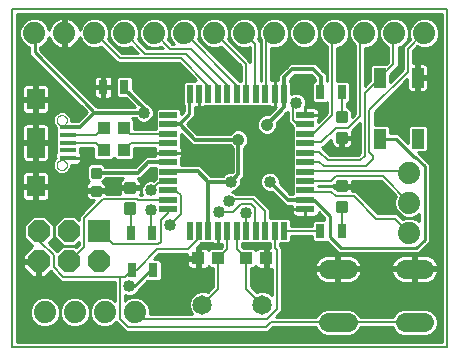
<source format=gtl>
G75*
%MOIN*%
%OFA0B0*%
%FSLAX25Y25*%
%IPPOS*%
%LPD*%
%AMOC8*
5,1,8,0,0,1.08239X$1,22.5*
%
%ADD10C,0.00600*%
%ADD11C,0.01181*%
%ADD12R,0.07400X0.07400*%
%ADD13OC8,0.07400*%
%ADD14R,0.05709X0.01575*%
%ADD15C,0.00000*%
%ADD16R,0.05906X0.07087*%
%ADD17R,0.05906X0.09843*%
%ADD18R,0.03150X0.04724*%
%ADD19C,0.06400*%
%ADD20R,0.05906X0.01969*%
%ADD21R,0.01969X0.05906*%
%ADD22C,0.00875*%
%ADD23R,0.04331X0.03937*%
%ADD24R,0.03937X0.06500*%
%ADD25C,0.06500*%
%ADD26C,0.07400*%
%ADD27C,0.01000*%
%ADD28C,0.04165*%
%ADD29C,0.00800*%
%ADD30C,0.04000*%
%ADD31C,0.01200*%
D10*
X0013346Y0001300D02*
X0158346Y0001300D01*
X0158346Y0113800D01*
X0013346Y0113800D01*
X0013346Y0001300D01*
D11*
X0051468Y0045969D02*
X0054224Y0045969D01*
X0051468Y0045969D02*
X0051468Y0048725D01*
X0054224Y0048725D01*
X0054224Y0045969D01*
X0054224Y0047149D02*
X0051468Y0047149D01*
X0051468Y0048329D02*
X0054224Y0048329D01*
X0054224Y0052875D02*
X0051468Y0052875D01*
X0051468Y0055631D01*
X0054224Y0055631D01*
X0054224Y0052875D01*
X0054224Y0054055D02*
X0051468Y0054055D01*
X0051468Y0055235D02*
X0054224Y0055235D01*
X0121968Y0053375D02*
X0124724Y0053375D01*
X0121968Y0053375D02*
X0121968Y0056131D01*
X0124724Y0056131D01*
X0124724Y0053375D01*
X0124724Y0054555D02*
X0121968Y0054555D01*
X0121968Y0055735D02*
X0124724Y0055735D01*
X0124724Y0046469D02*
X0121968Y0046469D01*
X0121968Y0049225D01*
X0124724Y0049225D01*
X0124724Y0046469D01*
X0124724Y0047649D02*
X0121968Y0047649D01*
X0121968Y0048829D02*
X0124724Y0048829D01*
X0124724Y0072225D02*
X0121968Y0072225D01*
X0124724Y0072225D02*
X0124724Y0069469D01*
X0121968Y0069469D01*
X0121968Y0072225D01*
X0121968Y0070649D02*
X0124724Y0070649D01*
X0124724Y0071829D02*
X0121968Y0071829D01*
X0121968Y0079131D02*
X0124724Y0079131D01*
X0124724Y0076375D01*
X0121968Y0076375D01*
X0121968Y0079131D01*
X0121968Y0077555D02*
X0124724Y0077555D01*
X0124724Y0078735D02*
X0121968Y0078735D01*
D12*
X0042346Y0039800D03*
D13*
X0032346Y0039800D03*
X0022346Y0039800D03*
X0022346Y0029800D03*
X0032346Y0029800D03*
X0042346Y0029800D03*
D14*
X0032075Y0064182D03*
X0032075Y0066741D03*
X0032075Y0069300D03*
X0032075Y0071859D03*
X0032075Y0074418D03*
D15*
X0028335Y0076780D02*
X0028337Y0076861D01*
X0028343Y0076943D01*
X0028353Y0077024D01*
X0028367Y0077104D01*
X0028384Y0077183D01*
X0028406Y0077262D01*
X0028431Y0077339D01*
X0028460Y0077416D01*
X0028493Y0077490D01*
X0028530Y0077563D01*
X0028569Y0077634D01*
X0028613Y0077703D01*
X0028659Y0077770D01*
X0028709Y0077834D01*
X0028762Y0077896D01*
X0028818Y0077956D01*
X0028876Y0078012D01*
X0028938Y0078066D01*
X0029002Y0078117D01*
X0029068Y0078164D01*
X0029136Y0078208D01*
X0029207Y0078249D01*
X0029279Y0078286D01*
X0029354Y0078320D01*
X0029429Y0078350D01*
X0029507Y0078376D01*
X0029585Y0078399D01*
X0029664Y0078417D01*
X0029744Y0078432D01*
X0029825Y0078443D01*
X0029906Y0078450D01*
X0029988Y0078453D01*
X0030069Y0078452D01*
X0030150Y0078447D01*
X0030231Y0078438D01*
X0030312Y0078425D01*
X0030392Y0078408D01*
X0030470Y0078388D01*
X0030548Y0078363D01*
X0030625Y0078335D01*
X0030700Y0078303D01*
X0030773Y0078268D01*
X0030844Y0078229D01*
X0030914Y0078186D01*
X0030981Y0078141D01*
X0031047Y0078092D01*
X0031109Y0078040D01*
X0031169Y0077984D01*
X0031226Y0077926D01*
X0031281Y0077866D01*
X0031332Y0077802D01*
X0031380Y0077737D01*
X0031425Y0077669D01*
X0031467Y0077599D01*
X0031505Y0077527D01*
X0031540Y0077453D01*
X0031571Y0077378D01*
X0031598Y0077301D01*
X0031621Y0077223D01*
X0031641Y0077144D01*
X0031657Y0077064D01*
X0031669Y0076983D01*
X0031677Y0076902D01*
X0031681Y0076821D01*
X0031681Y0076739D01*
X0031677Y0076658D01*
X0031669Y0076577D01*
X0031657Y0076496D01*
X0031641Y0076416D01*
X0031621Y0076337D01*
X0031598Y0076259D01*
X0031571Y0076182D01*
X0031540Y0076107D01*
X0031505Y0076033D01*
X0031467Y0075961D01*
X0031425Y0075891D01*
X0031380Y0075823D01*
X0031332Y0075758D01*
X0031281Y0075694D01*
X0031226Y0075634D01*
X0031169Y0075576D01*
X0031109Y0075520D01*
X0031047Y0075468D01*
X0030981Y0075419D01*
X0030914Y0075374D01*
X0030845Y0075331D01*
X0030773Y0075292D01*
X0030700Y0075257D01*
X0030625Y0075225D01*
X0030548Y0075197D01*
X0030470Y0075172D01*
X0030392Y0075152D01*
X0030312Y0075135D01*
X0030231Y0075122D01*
X0030150Y0075113D01*
X0030069Y0075108D01*
X0029988Y0075107D01*
X0029906Y0075110D01*
X0029825Y0075117D01*
X0029744Y0075128D01*
X0029664Y0075143D01*
X0029585Y0075161D01*
X0029507Y0075184D01*
X0029429Y0075210D01*
X0029354Y0075240D01*
X0029279Y0075274D01*
X0029207Y0075311D01*
X0029136Y0075352D01*
X0029068Y0075396D01*
X0029002Y0075443D01*
X0028938Y0075494D01*
X0028876Y0075548D01*
X0028818Y0075604D01*
X0028762Y0075664D01*
X0028709Y0075726D01*
X0028659Y0075790D01*
X0028613Y0075857D01*
X0028569Y0075926D01*
X0028530Y0075997D01*
X0028493Y0076070D01*
X0028460Y0076144D01*
X0028431Y0076221D01*
X0028406Y0076298D01*
X0028384Y0076377D01*
X0028367Y0076456D01*
X0028353Y0076536D01*
X0028343Y0076617D01*
X0028337Y0076699D01*
X0028335Y0076780D01*
X0028335Y0061820D02*
X0028337Y0061901D01*
X0028343Y0061983D01*
X0028353Y0062064D01*
X0028367Y0062144D01*
X0028384Y0062223D01*
X0028406Y0062302D01*
X0028431Y0062379D01*
X0028460Y0062456D01*
X0028493Y0062530D01*
X0028530Y0062603D01*
X0028569Y0062674D01*
X0028613Y0062743D01*
X0028659Y0062810D01*
X0028709Y0062874D01*
X0028762Y0062936D01*
X0028818Y0062996D01*
X0028876Y0063052D01*
X0028938Y0063106D01*
X0029002Y0063157D01*
X0029068Y0063204D01*
X0029136Y0063248D01*
X0029207Y0063289D01*
X0029279Y0063326D01*
X0029354Y0063360D01*
X0029429Y0063390D01*
X0029507Y0063416D01*
X0029585Y0063439D01*
X0029664Y0063457D01*
X0029744Y0063472D01*
X0029825Y0063483D01*
X0029906Y0063490D01*
X0029988Y0063493D01*
X0030069Y0063492D01*
X0030150Y0063487D01*
X0030231Y0063478D01*
X0030312Y0063465D01*
X0030392Y0063448D01*
X0030470Y0063428D01*
X0030548Y0063403D01*
X0030625Y0063375D01*
X0030700Y0063343D01*
X0030773Y0063308D01*
X0030844Y0063269D01*
X0030914Y0063226D01*
X0030981Y0063181D01*
X0031047Y0063132D01*
X0031109Y0063080D01*
X0031169Y0063024D01*
X0031226Y0062966D01*
X0031281Y0062906D01*
X0031332Y0062842D01*
X0031380Y0062777D01*
X0031425Y0062709D01*
X0031467Y0062639D01*
X0031505Y0062567D01*
X0031540Y0062493D01*
X0031571Y0062418D01*
X0031598Y0062341D01*
X0031621Y0062263D01*
X0031641Y0062184D01*
X0031657Y0062104D01*
X0031669Y0062023D01*
X0031677Y0061942D01*
X0031681Y0061861D01*
X0031681Y0061779D01*
X0031677Y0061698D01*
X0031669Y0061617D01*
X0031657Y0061536D01*
X0031641Y0061456D01*
X0031621Y0061377D01*
X0031598Y0061299D01*
X0031571Y0061222D01*
X0031540Y0061147D01*
X0031505Y0061073D01*
X0031467Y0061001D01*
X0031425Y0060931D01*
X0031380Y0060863D01*
X0031332Y0060798D01*
X0031281Y0060734D01*
X0031226Y0060674D01*
X0031169Y0060616D01*
X0031109Y0060560D01*
X0031047Y0060508D01*
X0030981Y0060459D01*
X0030914Y0060414D01*
X0030845Y0060371D01*
X0030773Y0060332D01*
X0030700Y0060297D01*
X0030625Y0060265D01*
X0030548Y0060237D01*
X0030470Y0060212D01*
X0030392Y0060192D01*
X0030312Y0060175D01*
X0030231Y0060162D01*
X0030150Y0060153D01*
X0030069Y0060148D01*
X0029988Y0060147D01*
X0029906Y0060150D01*
X0029825Y0060157D01*
X0029744Y0060168D01*
X0029664Y0060183D01*
X0029585Y0060201D01*
X0029507Y0060224D01*
X0029429Y0060250D01*
X0029354Y0060280D01*
X0029279Y0060314D01*
X0029207Y0060351D01*
X0029136Y0060392D01*
X0029068Y0060436D01*
X0029002Y0060483D01*
X0028938Y0060534D01*
X0028876Y0060588D01*
X0028818Y0060644D01*
X0028762Y0060704D01*
X0028709Y0060766D01*
X0028659Y0060830D01*
X0028613Y0060897D01*
X0028569Y0060966D01*
X0028530Y0061037D01*
X0028493Y0061110D01*
X0028460Y0061184D01*
X0028431Y0061261D01*
X0028406Y0061338D01*
X0028384Y0061417D01*
X0028367Y0061496D01*
X0028353Y0061576D01*
X0028343Y0061657D01*
X0028337Y0061739D01*
X0028335Y0061820D01*
D16*
X0021346Y0054792D03*
X0021346Y0083808D03*
D17*
X0021346Y0069300D03*
D18*
X0043803Y0087800D03*
X0050890Y0087800D03*
X0052928Y0039300D03*
X0060015Y0039300D03*
X0060390Y0026675D03*
X0053303Y0026675D03*
X0116178Y0039800D03*
X0123265Y0039800D03*
X0123265Y0086300D03*
X0116178Y0086300D03*
D19*
X0118846Y0027200D02*
X0125246Y0027200D01*
X0144446Y0027200D02*
X0150846Y0027200D01*
X0150846Y0009400D02*
X0144446Y0009400D01*
X0125246Y0009400D02*
X0118846Y0009400D01*
D20*
X0111181Y0047052D03*
X0111181Y0050202D03*
X0111181Y0053351D03*
X0111181Y0056501D03*
X0111181Y0059650D03*
X0111181Y0062800D03*
X0111181Y0065950D03*
X0111181Y0069099D03*
X0111181Y0072249D03*
X0111181Y0075398D03*
X0111181Y0078548D03*
X0065512Y0078548D03*
X0065512Y0075398D03*
X0065512Y0072249D03*
X0065512Y0069099D03*
X0065512Y0065950D03*
X0065512Y0062800D03*
X0065512Y0059650D03*
X0065512Y0056501D03*
X0065512Y0053351D03*
X0065512Y0050202D03*
X0065512Y0047052D03*
D21*
X0072598Y0039965D03*
X0075748Y0039965D03*
X0078898Y0039965D03*
X0082047Y0039965D03*
X0085197Y0039965D03*
X0088346Y0039965D03*
X0091496Y0039965D03*
X0094646Y0039965D03*
X0097795Y0039965D03*
X0100945Y0039965D03*
X0104094Y0039965D03*
X0104094Y0085635D03*
X0100945Y0085635D03*
X0097795Y0085635D03*
X0094646Y0085635D03*
X0091496Y0085635D03*
X0088346Y0085635D03*
X0085197Y0085635D03*
X0082047Y0085635D03*
X0078898Y0085635D03*
X0075748Y0085635D03*
X0072598Y0085635D03*
D22*
X0040033Y0060613D02*
X0040033Y0057987D01*
X0040033Y0060613D02*
X0042659Y0060613D01*
X0042659Y0057987D01*
X0040033Y0057987D01*
X0040033Y0058861D02*
X0042659Y0058861D01*
X0042659Y0059735D02*
X0040033Y0059735D01*
X0040033Y0060609D02*
X0042659Y0060609D01*
X0040033Y0054613D02*
X0040033Y0051987D01*
X0040033Y0054613D02*
X0042659Y0054613D01*
X0042659Y0051987D01*
X0040033Y0051987D01*
X0040033Y0052861D02*
X0042659Y0052861D01*
X0042659Y0053735D02*
X0040033Y0053735D01*
X0040033Y0054609D02*
X0042659Y0054609D01*
D23*
X0044000Y0066800D03*
X0050693Y0066800D03*
X0050693Y0074300D03*
X0044000Y0074300D03*
X0075500Y0030800D03*
X0082193Y0030800D03*
X0091500Y0030800D03*
X0098193Y0030800D03*
D24*
X0136047Y0070654D03*
X0148646Y0070654D03*
X0148646Y0090946D03*
X0136047Y0090946D03*
D25*
X0096846Y0015300D03*
X0076846Y0015300D03*
D26*
X0054346Y0012800D03*
X0044346Y0012800D03*
X0034346Y0012800D03*
X0024346Y0012800D03*
X0145846Y0039300D03*
X0145846Y0049300D03*
X0145846Y0059300D03*
X0140846Y0105800D03*
X0130846Y0105800D03*
X0120846Y0105800D03*
X0110846Y0105800D03*
X0100846Y0105800D03*
X0090846Y0105800D03*
X0080846Y0105800D03*
X0070846Y0105800D03*
X0060846Y0105800D03*
X0050846Y0105800D03*
X0040846Y0105800D03*
X0030846Y0105800D03*
X0020846Y0105800D03*
X0150846Y0105800D03*
D27*
X0155520Y0104018D02*
X0156746Y0104018D01*
X0156746Y0105016D02*
X0155846Y0105016D01*
X0155846Y0104805D02*
X0155846Y0106795D01*
X0155085Y0108632D01*
X0153679Y0110039D01*
X0151841Y0110800D01*
X0149852Y0110800D01*
X0148014Y0110039D01*
X0146608Y0108632D01*
X0145846Y0106795D01*
X0145085Y0108632D01*
X0143679Y0110039D01*
X0141841Y0110800D01*
X0139852Y0110800D01*
X0138014Y0110039D01*
X0136608Y0108632D01*
X0135846Y0106795D01*
X0135085Y0108632D01*
X0133679Y0110039D01*
X0131841Y0110800D01*
X0129852Y0110800D01*
X0128014Y0110039D01*
X0126608Y0108632D01*
X0125846Y0106795D01*
X0125085Y0108632D01*
X0123679Y0110039D01*
X0121841Y0110800D01*
X0119852Y0110800D01*
X0118014Y0110039D01*
X0116608Y0108632D01*
X0115846Y0106795D01*
X0115085Y0108632D01*
X0113679Y0110039D01*
X0111841Y0110800D01*
X0109852Y0110800D01*
X0108014Y0110039D01*
X0106608Y0108632D01*
X0105846Y0106795D01*
X0105085Y0108632D01*
X0103679Y0110039D01*
X0101841Y0110800D01*
X0099852Y0110800D01*
X0098014Y0110039D01*
X0096608Y0108632D01*
X0095846Y0106795D01*
X0095085Y0108632D01*
X0093679Y0110039D01*
X0091841Y0110800D01*
X0089852Y0110800D01*
X0088014Y0110039D01*
X0086608Y0108632D01*
X0085846Y0106795D01*
X0085085Y0108632D01*
X0083679Y0110039D01*
X0081841Y0110800D01*
X0079852Y0110800D01*
X0078014Y0110039D01*
X0076608Y0108632D01*
X0075846Y0106795D01*
X0075085Y0108632D01*
X0073679Y0110039D01*
X0071841Y0110800D01*
X0069852Y0110800D01*
X0068014Y0110039D01*
X0066608Y0108632D01*
X0065846Y0106795D01*
X0065085Y0108632D01*
X0063679Y0110039D01*
X0061841Y0110800D01*
X0059852Y0110800D01*
X0058014Y0110039D01*
X0056608Y0108632D01*
X0055846Y0106795D01*
X0055085Y0108632D01*
X0053679Y0110039D01*
X0051841Y0110800D01*
X0049852Y0110800D01*
X0048014Y0110039D01*
X0046608Y0108632D01*
X0045846Y0106795D01*
X0045085Y0108632D01*
X0043679Y0110039D01*
X0041841Y0110800D01*
X0039852Y0110800D01*
X0038014Y0110039D01*
X0036608Y0108632D01*
X0035924Y0106982D01*
X0035918Y0107018D01*
X0035665Y0107796D01*
X0035294Y0108525D01*
X0034813Y0109188D01*
X0034234Y0109766D01*
X0033572Y0110247D01*
X0032843Y0110619D01*
X0032064Y0110872D01*
X0031346Y0110986D01*
X0031346Y0106300D01*
X0030346Y0106300D01*
X0030346Y0110986D01*
X0029629Y0110872D01*
X0028850Y0110619D01*
X0028121Y0110247D01*
X0027459Y0109766D01*
X0026880Y0109188D01*
X0026399Y0108525D01*
X0026027Y0107796D01*
X0025774Y0107018D01*
X0025769Y0106982D01*
X0025085Y0108632D01*
X0023679Y0110039D01*
X0021841Y0110800D01*
X0019852Y0110800D01*
X0018014Y0110039D01*
X0016608Y0108632D01*
X0015846Y0106795D01*
X0015846Y0104805D01*
X0016608Y0102968D01*
X0018014Y0101561D01*
X0019146Y0101092D01*
X0019146Y0098654D01*
X0038330Y0079471D01*
X0035365Y0076505D01*
X0032981Y0076505D01*
X0032981Y0077372D01*
X0032528Y0078465D01*
X0031692Y0079301D01*
X0030599Y0079754D01*
X0029416Y0079754D01*
X0028324Y0079301D01*
X0027487Y0078465D01*
X0027035Y0077372D01*
X0027035Y0076189D01*
X0027487Y0075096D01*
X0027920Y0074663D01*
X0027920Y0065718D01*
X0027823Y0065548D01*
X0027720Y0065167D01*
X0027720Y0064182D01*
X0028165Y0064182D01*
X0027720Y0064182D01*
X0027720Y0063737D01*
X0027487Y0063504D01*
X0027035Y0062411D01*
X0027035Y0061228D01*
X0027487Y0060135D01*
X0028324Y0059299D01*
X0029416Y0058846D01*
X0030599Y0058846D01*
X0031692Y0059299D01*
X0032528Y0060135D01*
X0032981Y0061228D01*
X0032981Y0061894D01*
X0035127Y0061894D01*
X0035508Y0061997D01*
X0035850Y0062194D01*
X0036129Y0062473D01*
X0036327Y0062816D01*
X0036429Y0063197D01*
X0036429Y0064182D01*
X0036429Y0065167D01*
X0036327Y0065548D01*
X0036229Y0065718D01*
X0036229Y0067600D01*
X0040535Y0067600D01*
X0040535Y0064293D01*
X0041296Y0063531D01*
X0046704Y0063531D01*
X0047346Y0064174D01*
X0047989Y0063531D01*
X0053397Y0063531D01*
X0054158Y0064293D01*
X0054158Y0067399D01*
X0061131Y0067399D01*
X0061059Y0067131D01*
X0061059Y0065950D01*
X0065512Y0065950D01*
X0069965Y0065950D01*
X0069965Y0067131D01*
X0069862Y0067513D01*
X0069765Y0067682D01*
X0069765Y0070622D01*
X0069712Y0070674D01*
X0069765Y0070726D01*
X0069765Y0072195D01*
X0073559Y0068400D01*
X0085972Y0068400D01*
X0085979Y0068384D01*
X0086930Y0067432D01*
X0086946Y0067426D01*
X0086946Y0059600D01*
X0085690Y0059600D01*
X0084477Y0059098D01*
X0083579Y0058200D01*
X0079685Y0058200D01*
X0077297Y0060587D01*
X0076184Y0061700D01*
X0069765Y0061700D01*
X0069765Y0064217D01*
X0069862Y0064386D01*
X0069965Y0064768D01*
X0069965Y0065950D01*
X0065512Y0065950D01*
X0065512Y0065950D01*
X0065512Y0065950D01*
X0061059Y0065950D01*
X0061059Y0064768D01*
X0061077Y0064700D01*
X0058059Y0064700D01*
X0054559Y0061200D01*
X0044396Y0061200D01*
X0044396Y0061332D01*
X0043379Y0062350D01*
X0039314Y0062350D01*
X0038296Y0061332D01*
X0038296Y0057268D01*
X0039197Y0056367D01*
X0038844Y0056163D01*
X0038484Y0055802D01*
X0038228Y0055360D01*
X0038096Y0054868D01*
X0038096Y0053675D01*
X0040971Y0053675D01*
X0040971Y0052925D01*
X0038096Y0052925D01*
X0038096Y0051732D01*
X0038228Y0051240D01*
X0038484Y0050798D01*
X0038844Y0050437D01*
X0039286Y0050182D01*
X0039779Y0050050D01*
X0040792Y0050050D01*
X0036642Y0045900D01*
X0035646Y0044904D01*
X0035646Y0043571D01*
X0034418Y0044800D01*
X0030275Y0044800D01*
X0027346Y0041871D01*
X0024418Y0044800D01*
X0020275Y0044800D01*
X0017346Y0041871D01*
X0017346Y0037729D01*
X0020134Y0034941D01*
X0017146Y0031954D01*
X0017146Y0030300D01*
X0021846Y0030300D01*
X0021846Y0029300D01*
X0017146Y0029300D01*
X0017146Y0027646D01*
X0020193Y0024600D01*
X0021846Y0024600D01*
X0021846Y0029300D01*
X0022846Y0029300D01*
X0022846Y0024600D01*
X0024500Y0024600D01*
X0026321Y0026421D01*
X0028846Y0023896D01*
X0029842Y0022900D01*
X0047646Y0022900D01*
X0047646Y0016571D01*
X0047179Y0017039D01*
X0045341Y0017800D01*
X0043352Y0017800D01*
X0041514Y0017039D01*
X0040108Y0015632D01*
X0039346Y0013795D01*
X0038585Y0015632D01*
X0037179Y0017039D01*
X0035341Y0017800D01*
X0033352Y0017800D01*
X0031514Y0017039D01*
X0030108Y0015632D01*
X0029346Y0013795D01*
X0028585Y0015632D01*
X0027179Y0017039D01*
X0025341Y0017800D01*
X0023352Y0017800D01*
X0021514Y0017039D01*
X0020108Y0015632D01*
X0019346Y0013795D01*
X0019346Y0011805D01*
X0020108Y0009968D01*
X0021514Y0008561D01*
X0023352Y0007800D01*
X0025341Y0007800D01*
X0027179Y0008561D01*
X0028585Y0009968D01*
X0029346Y0011805D01*
X0029346Y0013795D01*
X0029346Y0011805D01*
X0030108Y0009968D01*
X0031514Y0008561D01*
X0033352Y0007800D01*
X0035341Y0007800D01*
X0037179Y0008561D01*
X0038585Y0009968D01*
X0039346Y0011805D01*
X0039346Y0013795D01*
X0039346Y0011805D01*
X0040108Y0009968D01*
X0041514Y0008561D01*
X0043352Y0007800D01*
X0045341Y0007800D01*
X0047179Y0008561D01*
X0048080Y0009462D01*
X0048642Y0008900D01*
X0051442Y0006100D01*
X0098851Y0006100D01*
X0099846Y0007096D01*
X0100451Y0007700D01*
X0114680Y0007700D01*
X0115032Y0006851D01*
X0116297Y0005585D01*
X0117951Y0004900D01*
X0126142Y0004900D01*
X0127795Y0005585D01*
X0129061Y0006851D01*
X0129413Y0007700D01*
X0140280Y0007700D01*
X0140632Y0006851D01*
X0141897Y0005585D01*
X0143551Y0004900D01*
X0151742Y0004900D01*
X0153395Y0005585D01*
X0154661Y0006851D01*
X0155346Y0008505D01*
X0155346Y0010295D01*
X0154661Y0011949D01*
X0153395Y0013215D01*
X0151742Y0013900D01*
X0143551Y0013900D01*
X0141897Y0013215D01*
X0140632Y0011949D01*
X0140280Y0011100D01*
X0129413Y0011100D01*
X0129061Y0011949D01*
X0127795Y0013215D01*
X0126142Y0013900D01*
X0117951Y0013900D01*
X0116297Y0013215D01*
X0115032Y0011949D01*
X0114680Y0011100D01*
X0101451Y0011100D01*
X0103446Y0013096D01*
X0103446Y0034104D01*
X0102646Y0034904D01*
X0102646Y0035713D01*
X0105617Y0035713D01*
X0106379Y0036474D01*
X0106379Y0038100D01*
X0113303Y0038100D01*
X0113303Y0036899D01*
X0114065Y0036138D01*
X0118291Y0036138D01*
X0118377Y0036224D01*
X0118601Y0036000D01*
X0122201Y0032400D01*
X0148892Y0032400D01*
X0149946Y0033454D01*
X0149946Y0033454D01*
X0152746Y0036254D01*
X0152746Y0062146D01*
X0148788Y0066104D01*
X0151153Y0066104D01*
X0151914Y0066866D01*
X0151914Y0074443D01*
X0151153Y0075204D01*
X0146139Y0075204D01*
X0145377Y0074443D01*
X0145377Y0069115D01*
X0142092Y0072400D01*
X0139316Y0072400D01*
X0139316Y0074443D01*
X0138554Y0075204D01*
X0134246Y0075204D01*
X0134246Y0079496D01*
X0145177Y0090427D01*
X0145177Y0087498D01*
X0145279Y0087117D01*
X0145477Y0086775D01*
X0145756Y0086495D01*
X0146098Y0086298D01*
X0146480Y0086196D01*
X0148161Y0086196D01*
X0148161Y0090461D01*
X0149130Y0090461D01*
X0149130Y0086196D01*
X0150812Y0086196D01*
X0151193Y0086298D01*
X0151535Y0086495D01*
X0151814Y0086775D01*
X0152012Y0087117D01*
X0152114Y0087498D01*
X0152114Y0090461D01*
X0149130Y0090461D01*
X0149130Y0091430D01*
X0148161Y0091430D01*
X0148161Y0095696D01*
X0147046Y0095696D01*
X0147046Y0099896D01*
X0148507Y0101357D01*
X0149852Y0100800D01*
X0151841Y0100800D01*
X0153679Y0101561D01*
X0155085Y0102968D01*
X0155846Y0104805D01*
X0155846Y0106015D02*
X0156746Y0106015D01*
X0156746Y0107013D02*
X0155756Y0107013D01*
X0155342Y0108012D02*
X0156746Y0108012D01*
X0156746Y0109010D02*
X0154707Y0109010D01*
X0153709Y0110009D02*
X0156746Y0110009D01*
X0156746Y0111007D02*
X0014946Y0111007D01*
X0014946Y0110009D02*
X0017984Y0110009D01*
X0016986Y0109010D02*
X0014946Y0109010D01*
X0014946Y0108012D02*
X0016351Y0108012D01*
X0015937Y0107013D02*
X0014946Y0107013D01*
X0014946Y0106015D02*
X0015846Y0106015D01*
X0015846Y0105016D02*
X0014946Y0105016D01*
X0014946Y0104018D02*
X0016173Y0104018D01*
X0016586Y0103019D02*
X0014946Y0103019D01*
X0014946Y0102021D02*
X0017555Y0102021D01*
X0019146Y0101022D02*
X0014946Y0101022D01*
X0014946Y0100024D02*
X0019146Y0100024D01*
X0019146Y0099025D02*
X0014946Y0099025D01*
X0014946Y0098027D02*
X0019774Y0098027D01*
X0020773Y0097028D02*
X0014946Y0097028D01*
X0014946Y0096030D02*
X0021771Y0096030D01*
X0022770Y0095031D02*
X0014946Y0095031D01*
X0014946Y0094033D02*
X0023768Y0094033D01*
X0024767Y0093034D02*
X0014946Y0093034D01*
X0014946Y0092036D02*
X0025765Y0092036D01*
X0026764Y0091037D02*
X0014946Y0091037D01*
X0014946Y0090039D02*
X0027762Y0090039D01*
X0028761Y0089040D02*
X0014946Y0089040D01*
X0014946Y0088042D02*
X0017060Y0088042D01*
X0016996Y0087930D02*
X0016894Y0087549D01*
X0016894Y0084308D01*
X0020846Y0084308D01*
X0020846Y0083308D01*
X0016894Y0083308D01*
X0016894Y0080067D01*
X0016996Y0079686D01*
X0017193Y0079344D01*
X0017473Y0079064D01*
X0017815Y0078867D01*
X0018196Y0078765D01*
X0020846Y0078765D01*
X0020846Y0083308D01*
X0021846Y0083308D01*
X0021846Y0078765D01*
X0024497Y0078765D01*
X0024878Y0078867D01*
X0025220Y0079064D01*
X0025499Y0079344D01*
X0025697Y0079686D01*
X0025799Y0080067D01*
X0025799Y0083308D01*
X0021846Y0083308D01*
X0021846Y0084308D01*
X0020846Y0084308D01*
X0020846Y0088851D01*
X0018196Y0088851D01*
X0017815Y0088749D01*
X0017473Y0088551D01*
X0017193Y0088272D01*
X0016996Y0087930D01*
X0016894Y0087043D02*
X0014946Y0087043D01*
X0014946Y0086045D02*
X0016894Y0086045D01*
X0016894Y0085046D02*
X0014946Y0085046D01*
X0014946Y0084048D02*
X0020846Y0084048D01*
X0020846Y0085046D02*
X0021846Y0085046D01*
X0021846Y0084308D02*
X0021846Y0088851D01*
X0024497Y0088851D01*
X0024878Y0088749D01*
X0025220Y0088551D01*
X0025499Y0088272D01*
X0025697Y0087930D01*
X0025799Y0087549D01*
X0025799Y0084308D01*
X0021846Y0084308D01*
X0021846Y0084048D02*
X0033753Y0084048D01*
X0032755Y0085046D02*
X0025799Y0085046D01*
X0025799Y0086045D02*
X0031756Y0086045D01*
X0030758Y0087043D02*
X0025799Y0087043D01*
X0025633Y0088042D02*
X0029759Y0088042D01*
X0032853Y0090039D02*
X0040728Y0090039D01*
X0040728Y0090360D02*
X0040728Y0088087D01*
X0043516Y0088087D01*
X0043516Y0087513D01*
X0040728Y0087513D01*
X0040728Y0085240D01*
X0040831Y0084859D01*
X0041028Y0084517D01*
X0041307Y0084238D01*
X0041649Y0084040D01*
X0042031Y0083938D01*
X0043516Y0083938D01*
X0043516Y0087513D01*
X0044091Y0087513D01*
X0044091Y0088087D01*
X0046878Y0088087D01*
X0046878Y0090360D01*
X0046776Y0090741D01*
X0046578Y0091083D01*
X0046299Y0091362D01*
X0045957Y0091560D01*
X0045575Y0091662D01*
X0044091Y0091662D01*
X0044091Y0088087D01*
X0043516Y0088087D01*
X0043516Y0091662D01*
X0042031Y0091662D01*
X0041649Y0091560D01*
X0041307Y0091362D01*
X0041028Y0091083D01*
X0040831Y0090741D01*
X0040728Y0090360D01*
X0041002Y0091037D02*
X0031855Y0091037D01*
X0030856Y0092036D02*
X0072707Y0092036D01*
X0073705Y0091037D02*
X0053428Y0091037D01*
X0053765Y0090701D02*
X0053003Y0091462D01*
X0048776Y0091462D01*
X0048015Y0090701D01*
X0048015Y0084899D01*
X0048776Y0084138D01*
X0051322Y0084138D01*
X0054259Y0081200D01*
X0041806Y0081200D01*
X0041706Y0081365D01*
X0041467Y0081425D01*
X0022746Y0100146D01*
X0022746Y0101175D01*
X0023679Y0101561D01*
X0025085Y0102968D01*
X0025769Y0104618D01*
X0025774Y0104582D01*
X0026027Y0103804D01*
X0026399Y0103075D01*
X0026880Y0102412D01*
X0027459Y0101834D01*
X0028121Y0101353D01*
X0028850Y0100981D01*
X0029629Y0100728D01*
X0030346Y0100614D01*
X0030346Y0105300D01*
X0031346Y0105300D01*
X0031346Y0100614D01*
X0032064Y0100728D01*
X0032843Y0100981D01*
X0033572Y0101353D01*
X0034234Y0101834D01*
X0034813Y0102412D01*
X0035294Y0103075D01*
X0035665Y0103804D01*
X0035918Y0104582D01*
X0035924Y0104618D01*
X0036608Y0102968D01*
X0038014Y0101561D01*
X0039852Y0100800D01*
X0041841Y0100800D01*
X0043044Y0101298D01*
X0048642Y0095700D01*
X0069042Y0095700D01*
X0074655Y0090087D01*
X0074566Y0090087D01*
X0074185Y0089985D01*
X0074015Y0089887D01*
X0071076Y0089887D01*
X0070314Y0089126D01*
X0070314Y0082143D01*
X0070746Y0081711D01*
X0070746Y0079746D01*
X0069765Y0078764D01*
X0069765Y0080071D01*
X0069003Y0080832D01*
X0062021Y0080832D01*
X0061259Y0080071D01*
X0061259Y0077025D01*
X0061311Y0076973D01*
X0061259Y0076921D01*
X0061259Y0073949D01*
X0054158Y0073949D01*
X0054158Y0076807D01*
X0053565Y0077400D01*
X0054580Y0077400D01*
X0055477Y0076502D01*
X0056690Y0076000D01*
X0058003Y0076000D01*
X0059216Y0076502D01*
X0060144Y0077431D01*
X0060646Y0078644D01*
X0060646Y0079956D01*
X0060144Y0081169D01*
X0059216Y0082098D01*
X0058396Y0082437D01*
X0053765Y0087069D01*
X0053765Y0090701D01*
X0053765Y0090039D02*
X0074385Y0090039D01*
X0071708Y0093034D02*
X0029858Y0093034D01*
X0028859Y0094033D02*
X0070710Y0094033D01*
X0069711Y0095031D02*
X0027861Y0095031D01*
X0026862Y0096030D02*
X0048313Y0096030D01*
X0047314Y0097028D02*
X0025864Y0097028D01*
X0024865Y0098027D02*
X0046315Y0098027D01*
X0045317Y0099025D02*
X0023867Y0099025D01*
X0022868Y0100024D02*
X0044318Y0100024D01*
X0043320Y0101022D02*
X0042378Y0101022D01*
X0039315Y0101022D02*
X0032924Y0101022D01*
X0031346Y0101022D02*
X0030346Y0101022D01*
X0030346Y0102021D02*
X0031346Y0102021D01*
X0031346Y0103019D02*
X0030346Y0103019D01*
X0030346Y0104018D02*
X0031346Y0104018D01*
X0031346Y0105016D02*
X0030346Y0105016D01*
X0030346Y0107013D02*
X0031346Y0107013D01*
X0031346Y0108012D02*
X0030346Y0108012D01*
X0030346Y0109010D02*
X0031346Y0109010D01*
X0031346Y0110009D02*
X0030346Y0110009D01*
X0027793Y0110009D02*
X0023709Y0110009D01*
X0024707Y0109010D02*
X0026751Y0109010D01*
X0026137Y0108012D02*
X0025342Y0108012D01*
X0025756Y0107013D02*
X0025774Y0107013D01*
X0025958Y0104018D02*
X0025520Y0104018D01*
X0025107Y0103019D02*
X0026439Y0103019D01*
X0027272Y0102021D02*
X0024138Y0102021D01*
X0022746Y0101022D02*
X0028769Y0101022D01*
X0034421Y0102021D02*
X0037555Y0102021D01*
X0036586Y0103019D02*
X0035254Y0103019D01*
X0035735Y0104018D02*
X0036173Y0104018D01*
X0035937Y0107013D02*
X0035919Y0107013D01*
X0035556Y0108012D02*
X0036351Y0108012D01*
X0036986Y0109010D02*
X0034941Y0109010D01*
X0033900Y0110009D02*
X0037984Y0110009D01*
X0043709Y0110009D02*
X0047984Y0110009D01*
X0046986Y0109010D02*
X0044707Y0109010D01*
X0045342Y0108012D02*
X0046351Y0108012D01*
X0045937Y0107013D02*
X0045756Y0107013D01*
X0045846Y0106795D02*
X0045846Y0104805D01*
X0045407Y0103744D01*
X0050051Y0099100D01*
X0055242Y0099100D01*
X0053044Y0101298D01*
X0051841Y0100800D01*
X0049852Y0100800D01*
X0048014Y0101561D01*
X0046608Y0102968D01*
X0045846Y0104805D01*
X0045846Y0106795D01*
X0045846Y0106015D02*
X0045846Y0106015D01*
X0045846Y0105016D02*
X0045846Y0105016D01*
X0045520Y0104018D02*
X0046173Y0104018D01*
X0046131Y0103019D02*
X0046586Y0103019D01*
X0047130Y0102021D02*
X0047555Y0102021D01*
X0048128Y0101022D02*
X0049315Y0101022D01*
X0049127Y0100024D02*
X0054318Y0100024D01*
X0053320Y0101022D02*
X0052378Y0101022D01*
X0055407Y0103744D02*
X0055846Y0104805D01*
X0055846Y0106795D01*
X0055846Y0104805D01*
X0056608Y0102968D01*
X0058014Y0101561D01*
X0059852Y0100800D01*
X0061841Y0100800D01*
X0063044Y0101298D01*
X0063642Y0100700D01*
X0058451Y0100700D01*
X0055407Y0103744D01*
X0055520Y0104018D02*
X0056173Y0104018D01*
X0056131Y0103019D02*
X0056586Y0103019D01*
X0057130Y0102021D02*
X0057555Y0102021D01*
X0058128Y0101022D02*
X0059315Y0101022D01*
X0062378Y0101022D02*
X0063320Y0101022D01*
X0065407Y0103744D02*
X0066851Y0102300D01*
X0067275Y0102300D01*
X0066608Y0102968D01*
X0065846Y0104805D01*
X0065846Y0106795D01*
X0065846Y0104805D01*
X0065407Y0103744D01*
X0065520Y0104018D02*
X0066173Y0104018D01*
X0066131Y0103019D02*
X0066586Y0103019D01*
X0065846Y0105016D02*
X0065846Y0105016D01*
X0065846Y0106015D02*
X0065846Y0106015D01*
X0065756Y0107013D02*
X0065937Y0107013D01*
X0066351Y0108012D02*
X0065342Y0108012D01*
X0064707Y0109010D02*
X0066986Y0109010D01*
X0067984Y0110009D02*
X0063709Y0110009D01*
X0057984Y0110009D02*
X0053709Y0110009D01*
X0054707Y0109010D02*
X0056986Y0109010D01*
X0056351Y0108012D02*
X0055342Y0108012D01*
X0055756Y0107013D02*
X0055937Y0107013D01*
X0055846Y0106015D02*
X0055846Y0106015D01*
X0055846Y0105016D02*
X0055846Y0105016D01*
X0073709Y0110009D02*
X0077984Y0110009D01*
X0076986Y0109010D02*
X0074707Y0109010D01*
X0075342Y0108012D02*
X0076351Y0108012D01*
X0075937Y0107013D02*
X0075756Y0107013D01*
X0075846Y0106795D02*
X0075846Y0104805D01*
X0075407Y0103744D01*
X0089263Y0089887D01*
X0089646Y0089887D01*
X0089646Y0094696D01*
X0083044Y0101298D01*
X0081841Y0100800D01*
X0079852Y0100800D01*
X0078014Y0101561D01*
X0076608Y0102968D01*
X0075846Y0104805D01*
X0075846Y0106795D01*
X0075846Y0106015D02*
X0075846Y0106015D01*
X0075846Y0105016D02*
X0075846Y0105016D01*
X0075520Y0104018D02*
X0076173Y0104018D01*
X0076131Y0103019D02*
X0076586Y0103019D01*
X0077130Y0102021D02*
X0077555Y0102021D01*
X0078128Y0101022D02*
X0079315Y0101022D01*
X0079127Y0100024D02*
X0084318Y0100024D01*
X0083320Y0101022D02*
X0082378Y0101022D01*
X0080125Y0099025D02*
X0085317Y0099025D01*
X0086315Y0098027D02*
X0081124Y0098027D01*
X0082122Y0097028D02*
X0087314Y0097028D01*
X0088313Y0096030D02*
X0083121Y0096030D01*
X0084119Y0095031D02*
X0089311Y0095031D01*
X0089646Y0094033D02*
X0085118Y0094033D01*
X0086116Y0093034D02*
X0089646Y0093034D01*
X0089646Y0092036D02*
X0087115Y0092036D01*
X0088113Y0091037D02*
X0089646Y0091037D01*
X0089646Y0090039D02*
X0089112Y0090039D01*
X0096246Y0090039D02*
X0096446Y0090039D01*
X0096446Y0089887D02*
X0096273Y0089887D01*
X0096246Y0089861D01*
X0096246Y0102904D01*
X0095407Y0103744D01*
X0095846Y0104805D01*
X0096446Y0103357D01*
X0096446Y0089887D01*
X0096446Y0091037D02*
X0096246Y0091037D01*
X0096246Y0092036D02*
X0096446Y0092036D01*
X0096446Y0093034D02*
X0096246Y0093034D01*
X0096246Y0094033D02*
X0096446Y0094033D01*
X0096446Y0095031D02*
X0096246Y0095031D01*
X0096246Y0096030D02*
X0096446Y0096030D01*
X0096446Y0097028D02*
X0096246Y0097028D01*
X0096246Y0098027D02*
X0096446Y0098027D01*
X0096446Y0099025D02*
X0096246Y0099025D01*
X0096246Y0100024D02*
X0096446Y0100024D01*
X0096446Y0101022D02*
X0096246Y0101022D01*
X0096246Y0102021D02*
X0096446Y0102021D01*
X0096446Y0103019D02*
X0096131Y0103019D01*
X0096173Y0104018D02*
X0095520Y0104018D01*
X0095846Y0104805D02*
X0095846Y0106795D01*
X0095846Y0104805D01*
X0095846Y0105016D02*
X0095846Y0105016D01*
X0095846Y0106015D02*
X0095846Y0106015D01*
X0095756Y0107013D02*
X0095937Y0107013D01*
X0096351Y0108012D02*
X0095342Y0108012D01*
X0094707Y0109010D02*
X0096986Y0109010D01*
X0097984Y0110009D02*
X0093709Y0110009D01*
X0087984Y0110009D02*
X0083709Y0110009D01*
X0084707Y0109010D02*
X0086986Y0109010D01*
X0086351Y0108012D02*
X0085342Y0108012D01*
X0085756Y0107013D02*
X0085937Y0107013D01*
X0085846Y0106795D02*
X0085846Y0104805D01*
X0085846Y0106795D01*
X0085846Y0106015D02*
X0085846Y0106015D01*
X0085846Y0105016D02*
X0085846Y0105016D01*
X0085846Y0104805D02*
X0085407Y0103744D01*
X0092846Y0096304D01*
X0092846Y0101216D01*
X0091841Y0100800D01*
X0089852Y0100800D01*
X0088014Y0101561D01*
X0086608Y0102968D01*
X0085846Y0104805D01*
X0085520Y0104018D02*
X0086173Y0104018D01*
X0086131Y0103019D02*
X0086586Y0103019D01*
X0087130Y0102021D02*
X0087555Y0102021D01*
X0088128Y0101022D02*
X0089315Y0101022D01*
X0089127Y0100024D02*
X0092846Y0100024D01*
X0092846Y0101022D02*
X0092378Y0101022D01*
X0092846Y0099025D02*
X0090125Y0099025D01*
X0091124Y0098027D02*
X0092846Y0098027D01*
X0092846Y0097028D02*
X0092122Y0097028D01*
X0099846Y0097028D02*
X0118446Y0097028D01*
X0118446Y0096030D02*
X0099846Y0096030D01*
X0099846Y0095031D02*
X0105391Y0095031D01*
X0104946Y0094587D02*
X0102194Y0091835D01*
X0102194Y0090069D01*
X0102127Y0090087D01*
X0100945Y0090087D01*
X0100945Y0085635D01*
X0100945Y0085635D01*
X0100945Y0090087D01*
X0099846Y0090087D01*
X0099846Y0100802D01*
X0099852Y0100800D01*
X0101841Y0100800D01*
X0103679Y0101561D01*
X0105085Y0102968D01*
X0105846Y0104805D01*
X0106608Y0102968D01*
X0108014Y0101561D01*
X0109852Y0100800D01*
X0111841Y0100800D01*
X0113679Y0101561D01*
X0115085Y0102968D01*
X0115846Y0104805D01*
X0115846Y0106795D01*
X0115846Y0104805D01*
X0116608Y0102968D01*
X0118014Y0101561D01*
X0118446Y0101382D01*
X0118446Y0089807D01*
X0118291Y0089962D01*
X0118246Y0089962D01*
X0118246Y0092087D01*
X0117133Y0093200D01*
X0114633Y0095700D01*
X0106059Y0095700D01*
X0104946Y0094587D01*
X0104392Y0094033D02*
X0099846Y0094033D01*
X0099846Y0093034D02*
X0103394Y0093034D01*
X0102395Y0092036D02*
X0099846Y0092036D01*
X0099846Y0091037D02*
X0102194Y0091037D01*
X0100945Y0090039D02*
X0100945Y0090039D01*
X0100945Y0089040D02*
X0100945Y0089040D01*
X0100945Y0088042D02*
X0100945Y0088042D01*
X0100945Y0087043D02*
X0100945Y0087043D01*
X0100945Y0086045D02*
X0100945Y0086045D01*
X0100945Y0085635D02*
X0100945Y0081182D01*
X0101541Y0081182D01*
X0099035Y0078676D01*
X0099019Y0078683D01*
X0097674Y0078683D01*
X0096430Y0078168D01*
X0095479Y0077216D01*
X0094964Y0075973D01*
X0094964Y0074627D01*
X0095479Y0073384D01*
X0096430Y0072432D01*
X0097674Y0071917D01*
X0099019Y0071917D01*
X0100263Y0072432D01*
X0101214Y0073384D01*
X0101729Y0074627D01*
X0101729Y0075973D01*
X0101722Y0075989D01*
X0104881Y0079148D01*
X0105246Y0079513D01*
X0105246Y0076296D01*
X0106242Y0075300D01*
X0106928Y0074614D01*
X0106928Y0073876D01*
X0106980Y0073824D01*
X0106928Y0073772D01*
X0106928Y0070726D01*
X0106980Y0070674D01*
X0106928Y0070622D01*
X0106928Y0067576D01*
X0106980Y0067524D01*
X0106928Y0067472D01*
X0106928Y0064427D01*
X0106980Y0064375D01*
X0106928Y0064323D01*
X0106928Y0061277D01*
X0106980Y0061225D01*
X0106928Y0061173D01*
X0106928Y0058128D01*
X0106980Y0058076D01*
X0106928Y0058024D01*
X0106928Y0054978D01*
X0106980Y0054926D01*
X0106928Y0054874D01*
X0106928Y0052102D01*
X0106232Y0052102D01*
X0102646Y0055687D01*
X0102646Y0056956D01*
X0102144Y0058169D01*
X0101216Y0059098D01*
X0100003Y0059600D01*
X0098690Y0059600D01*
X0097477Y0059098D01*
X0096549Y0058169D01*
X0096046Y0056956D01*
X0096046Y0055644D01*
X0096549Y0054431D01*
X0097477Y0053502D01*
X0098690Y0053000D01*
X0099959Y0053000D01*
X0103545Y0049415D01*
X0104658Y0048302D01*
X0106747Y0048302D01*
X0106728Y0048234D01*
X0106728Y0047052D01*
X0106728Y0045870D01*
X0106831Y0045489D01*
X0107028Y0045147D01*
X0107307Y0044867D01*
X0107649Y0044670D01*
X0108031Y0044568D01*
X0111181Y0044568D01*
X0111181Y0047052D01*
X0111181Y0047052D01*
X0106728Y0047052D01*
X0111181Y0047052D01*
X0111181Y0047052D01*
X0111181Y0044568D01*
X0114331Y0044568D01*
X0114713Y0044670D01*
X0115055Y0044867D01*
X0115334Y0045147D01*
X0115532Y0045489D01*
X0115634Y0045870D01*
X0115634Y0046167D01*
X0117546Y0044254D01*
X0117546Y0043462D01*
X0114065Y0043462D01*
X0113303Y0042701D01*
X0113303Y0041500D01*
X0106379Y0041500D01*
X0106379Y0043457D01*
X0105617Y0044218D01*
X0102572Y0044218D01*
X0102520Y0044166D01*
X0102468Y0044218D01*
X0099446Y0044218D01*
X0099446Y0047304D01*
X0095446Y0051304D01*
X0094451Y0052300D01*
X0087913Y0052300D01*
X0087616Y0052598D01*
X0086644Y0053000D01*
X0087003Y0053000D01*
X0088216Y0053502D01*
X0089144Y0054431D01*
X0089646Y0055644D01*
X0089646Y0056913D01*
X0090746Y0058013D01*
X0090746Y0067426D01*
X0090763Y0067432D01*
X0091714Y0068384D01*
X0092229Y0069627D01*
X0092229Y0070973D01*
X0091714Y0072216D01*
X0090763Y0073168D01*
X0089519Y0073683D01*
X0088174Y0073683D01*
X0086930Y0073168D01*
X0085979Y0072216D01*
X0085972Y0072200D01*
X0075133Y0072200D01*
X0071713Y0075621D01*
X0074346Y0078254D01*
X0074346Y0081241D01*
X0074566Y0081182D01*
X0075748Y0081182D01*
X0075748Y0085635D01*
X0075748Y0081182D01*
X0076930Y0081182D01*
X0077311Y0081284D01*
X0077481Y0081382D01*
X0080420Y0081382D01*
X0080472Y0081434D01*
X0080525Y0081382D01*
X0083570Y0081382D01*
X0083622Y0081434D01*
X0083674Y0081382D01*
X0086720Y0081382D01*
X0086772Y0081434D01*
X0086824Y0081382D01*
X0089869Y0081382D01*
X0089921Y0081434D01*
X0089973Y0081382D01*
X0093019Y0081382D01*
X0093071Y0081434D01*
X0093123Y0081382D01*
X0096168Y0081382D01*
X0096220Y0081434D01*
X0096273Y0081382D01*
X0099212Y0081382D01*
X0099382Y0081284D01*
X0099763Y0081182D01*
X0100945Y0081182D01*
X0100945Y0085635D01*
X0100945Y0085635D01*
X0100945Y0085046D02*
X0100945Y0085046D01*
X0100945Y0084048D02*
X0100945Y0084048D01*
X0100945Y0083049D02*
X0100945Y0083049D01*
X0100945Y0082051D02*
X0100945Y0082051D01*
X0101412Y0081052D02*
X0074346Y0081052D01*
X0074346Y0080054D02*
X0100413Y0080054D01*
X0099415Y0079055D02*
X0074346Y0079055D01*
X0074149Y0078057D02*
X0096319Y0078057D01*
X0095413Y0077058D02*
X0073150Y0077058D01*
X0072152Y0076060D02*
X0095000Y0076060D01*
X0094964Y0075061D02*
X0072272Y0075061D01*
X0073271Y0074063D02*
X0095198Y0074063D01*
X0095799Y0073064D02*
X0090866Y0073064D01*
X0091777Y0072066D02*
X0097316Y0072066D01*
X0099377Y0072066D02*
X0106928Y0072066D01*
X0106928Y0073064D02*
X0100894Y0073064D01*
X0101495Y0074063D02*
X0106928Y0074063D01*
X0106481Y0075061D02*
X0101729Y0075061D01*
X0101793Y0076060D02*
X0105483Y0076060D01*
X0105246Y0077058D02*
X0102791Y0077058D01*
X0103790Y0078057D02*
X0105246Y0078057D01*
X0105246Y0079055D02*
X0104789Y0079055D01*
X0111181Y0079055D02*
X0111181Y0079055D01*
X0111181Y0078548D02*
X0111181Y0081032D01*
X0111069Y0081032D01*
X0111446Y0081944D01*
X0111446Y0083256D01*
X0110944Y0084469D01*
X0110016Y0085398D01*
X0108803Y0085900D01*
X0107490Y0085900D01*
X0106379Y0085440D01*
X0106379Y0089126D01*
X0105994Y0089510D01*
X0105994Y0090261D01*
X0107633Y0091900D01*
X0113059Y0091900D01*
X0114446Y0090513D01*
X0114446Y0089962D01*
X0114065Y0089962D01*
X0113303Y0089201D01*
X0113303Y0083399D01*
X0114065Y0082638D01*
X0118291Y0082638D01*
X0118446Y0082793D01*
X0118446Y0079304D01*
X0115434Y0076292D01*
X0115434Y0076815D01*
X0115532Y0076985D01*
X0115634Y0077366D01*
X0115634Y0078548D01*
X0115634Y0079730D01*
X0115532Y0080111D01*
X0115334Y0080453D01*
X0115055Y0080733D01*
X0114713Y0080930D01*
X0114331Y0081032D01*
X0111181Y0081032D01*
X0111181Y0078548D01*
X0111181Y0078548D01*
X0111181Y0078548D01*
X0115634Y0078548D01*
X0111181Y0078548D01*
X0111181Y0080054D02*
X0111181Y0080054D01*
X0111077Y0081052D02*
X0118446Y0081052D01*
X0118446Y0080054D02*
X0115547Y0080054D01*
X0115634Y0079055D02*
X0118197Y0079055D01*
X0117199Y0078057D02*
X0115634Y0078057D01*
X0115551Y0077058D02*
X0116200Y0077058D01*
X0118446Y0082051D02*
X0111446Y0082051D01*
X0111446Y0083049D02*
X0113654Y0083049D01*
X0113303Y0084048D02*
X0111119Y0084048D01*
X0110367Y0085046D02*
X0113303Y0085046D01*
X0113303Y0086045D02*
X0106379Y0086045D01*
X0106379Y0087043D02*
X0113303Y0087043D01*
X0113303Y0088042D02*
X0106379Y0088042D01*
X0106379Y0089040D02*
X0113303Y0089040D01*
X0114446Y0090039D02*
X0105994Y0090039D01*
X0106771Y0091037D02*
X0113922Y0091037D01*
X0116301Y0094033D02*
X0118446Y0094033D01*
X0118446Y0095031D02*
X0115302Y0095031D01*
X0117299Y0093034D02*
X0118446Y0093034D01*
X0118446Y0092036D02*
X0118246Y0092036D01*
X0118246Y0091037D02*
X0118446Y0091037D01*
X0118446Y0090039D02*
X0118246Y0090039D01*
X0121846Y0090039D02*
X0127646Y0090039D01*
X0127646Y0091037D02*
X0121846Y0091037D01*
X0121846Y0092036D02*
X0127646Y0092036D01*
X0127646Y0093034D02*
X0121846Y0093034D01*
X0121846Y0094033D02*
X0127646Y0094033D01*
X0127646Y0095031D02*
X0121846Y0095031D01*
X0121846Y0096030D02*
X0127646Y0096030D01*
X0127646Y0097028D02*
X0121846Y0097028D01*
X0121846Y0098027D02*
X0127646Y0098027D01*
X0127646Y0099025D02*
X0121846Y0099025D01*
X0121846Y0100024D02*
X0127646Y0100024D01*
X0127646Y0101022D02*
X0122378Y0101022D01*
X0121846Y0100802D02*
X0123679Y0101561D01*
X0125085Y0102968D01*
X0125846Y0104805D01*
X0125846Y0106795D01*
X0125846Y0104805D01*
X0126608Y0102968D01*
X0127646Y0101929D01*
X0127646Y0078904D01*
X0126615Y0077873D01*
X0126615Y0079914D01*
X0125507Y0081021D01*
X0125046Y0081021D01*
X0125046Y0082638D01*
X0125378Y0082638D01*
X0126140Y0083399D01*
X0126140Y0089201D01*
X0125378Y0089962D01*
X0121846Y0089962D01*
X0121846Y0100802D01*
X0124138Y0102021D02*
X0127555Y0102021D01*
X0126586Y0103019D02*
X0125107Y0103019D01*
X0125520Y0104018D02*
X0126173Y0104018D01*
X0125846Y0105016D02*
X0125846Y0105016D01*
X0125846Y0106015D02*
X0125846Y0106015D01*
X0125756Y0107013D02*
X0125937Y0107013D01*
X0126351Y0108012D02*
X0125342Y0108012D01*
X0124707Y0109010D02*
X0126986Y0109010D01*
X0127984Y0110009D02*
X0123709Y0110009D01*
X0117984Y0110009D02*
X0113709Y0110009D01*
X0114707Y0109010D02*
X0116986Y0109010D01*
X0116351Y0108012D02*
X0115342Y0108012D01*
X0115756Y0107013D02*
X0115937Y0107013D01*
X0115846Y0106015D02*
X0115846Y0106015D01*
X0115846Y0105016D02*
X0115846Y0105016D01*
X0115520Y0104018D02*
X0116173Y0104018D01*
X0116586Y0103019D02*
X0115107Y0103019D01*
X0114138Y0102021D02*
X0117555Y0102021D01*
X0118446Y0101022D02*
X0112378Y0101022D01*
X0109315Y0101022D02*
X0102378Y0101022D01*
X0104138Y0102021D02*
X0107555Y0102021D01*
X0106586Y0103019D02*
X0105107Y0103019D01*
X0105520Y0104018D02*
X0106173Y0104018D01*
X0105846Y0104805D02*
X0105846Y0106795D01*
X0105846Y0104805D01*
X0105846Y0105016D02*
X0105846Y0105016D01*
X0105846Y0106015D02*
X0105846Y0106015D01*
X0105756Y0107013D02*
X0105937Y0107013D01*
X0106351Y0108012D02*
X0105342Y0108012D01*
X0104707Y0109010D02*
X0106986Y0109010D01*
X0107984Y0110009D02*
X0103709Y0110009D01*
X0099846Y0100024D02*
X0118446Y0100024D01*
X0118446Y0099025D02*
X0099846Y0099025D01*
X0099846Y0098027D02*
X0118446Y0098027D01*
X0126140Y0089040D02*
X0127646Y0089040D01*
X0127646Y0088042D02*
X0126140Y0088042D01*
X0126140Y0087043D02*
X0127646Y0087043D01*
X0127646Y0086045D02*
X0126140Y0086045D01*
X0126140Y0085046D02*
X0127646Y0085046D01*
X0127646Y0084048D02*
X0126140Y0084048D01*
X0125789Y0083049D02*
X0127646Y0083049D01*
X0127646Y0082051D02*
X0125046Y0082051D01*
X0125046Y0081052D02*
X0127646Y0081052D01*
X0127646Y0080054D02*
X0126475Y0080054D01*
X0126615Y0079055D02*
X0127646Y0079055D01*
X0126799Y0078057D02*
X0126615Y0078057D01*
X0129246Y0075696D02*
X0129246Y0065704D01*
X0128642Y0065100D01*
X0119351Y0065100D01*
X0116751Y0067700D01*
X0117251Y0067700D01*
X0119878Y0070327D01*
X0119878Y0069194D01*
X0120020Y0068662D01*
X0120296Y0068186D01*
X0120685Y0067796D01*
X0121162Y0067521D01*
X0121693Y0067379D01*
X0122862Y0067379D01*
X0122862Y0070363D01*
X0123831Y0070363D01*
X0123831Y0071331D01*
X0126815Y0071331D01*
X0126815Y0072500D01*
X0126672Y0073032D01*
X0126640Y0073089D01*
X0129246Y0075696D01*
X0129246Y0075061D02*
X0128612Y0075061D01*
X0129246Y0074063D02*
X0127613Y0074063D01*
X0126654Y0073064D02*
X0129246Y0073064D01*
X0129246Y0072066D02*
X0126815Y0072066D01*
X0126815Y0070363D02*
X0123831Y0070363D01*
X0123831Y0067379D01*
X0125000Y0067379D01*
X0125531Y0067521D01*
X0126008Y0067796D01*
X0126397Y0068186D01*
X0126672Y0068662D01*
X0126815Y0069194D01*
X0126815Y0070363D01*
X0126815Y0070068D02*
X0129246Y0070068D01*
X0129246Y0069070D02*
X0126782Y0069070D01*
X0126283Y0068071D02*
X0129246Y0068071D01*
X0129246Y0067073D02*
X0117378Y0067073D01*
X0117622Y0068071D02*
X0120410Y0068071D01*
X0119911Y0069070D02*
X0118621Y0069070D01*
X0119619Y0070068D02*
X0119878Y0070068D01*
X0122862Y0070068D02*
X0123831Y0070068D01*
X0123831Y0069070D02*
X0122862Y0069070D01*
X0122862Y0068071D02*
X0123831Y0068071D01*
X0123831Y0071067D02*
X0129246Y0071067D01*
X0129246Y0066074D02*
X0118376Y0066074D01*
X0106928Y0066074D02*
X0090746Y0066074D01*
X0090746Y0065076D02*
X0106928Y0065076D01*
X0106928Y0064077D02*
X0090746Y0064077D01*
X0090746Y0063079D02*
X0106928Y0063079D01*
X0106928Y0062080D02*
X0090746Y0062080D01*
X0090746Y0061082D02*
X0106928Y0061082D01*
X0106928Y0060083D02*
X0090746Y0060083D01*
X0090746Y0059085D02*
X0097464Y0059085D01*
X0096515Y0058086D02*
X0090746Y0058086D01*
X0089821Y0057088D02*
X0096101Y0057088D01*
X0096046Y0056089D02*
X0089646Y0056089D01*
X0089417Y0055091D02*
X0096275Y0055091D01*
X0096887Y0054092D02*
X0088806Y0054092D01*
X0087229Y0053094D02*
X0098464Y0053094D01*
X0095654Y0051097D02*
X0101863Y0051097D01*
X0102861Y0050098D02*
X0096652Y0050098D01*
X0097651Y0049100D02*
X0103860Y0049100D01*
X0106728Y0048101D02*
X0098649Y0048101D01*
X0099446Y0047103D02*
X0106728Y0047103D01*
X0106728Y0046104D02*
X0099446Y0046104D01*
X0099446Y0045106D02*
X0107069Y0045106D01*
X0105728Y0044107D02*
X0117546Y0044107D01*
X0116695Y0045106D02*
X0115293Y0045106D01*
X0115634Y0046104D02*
X0115697Y0046104D01*
X0113711Y0043109D02*
X0106379Y0043109D01*
X0106379Y0042110D02*
X0113303Y0042110D01*
X0111181Y0045106D02*
X0111181Y0045106D01*
X0111181Y0046104D02*
X0111181Y0046104D01*
X0111181Y0050202D02*
X0111746Y0050200D01*
X0114146Y0050200D01*
X0119346Y0045000D01*
X0119346Y0037800D01*
X0122946Y0034200D01*
X0148146Y0034200D01*
X0150946Y0037000D01*
X0150946Y0061400D01*
X0147746Y0064600D01*
X0147346Y0064600D01*
X0141346Y0070600D01*
X0136146Y0070600D01*
X0136047Y0070654D01*
X0139316Y0073064D02*
X0145377Y0073064D01*
X0145377Y0072066D02*
X0142427Y0072066D01*
X0143425Y0071067D02*
X0145377Y0071067D01*
X0145377Y0070068D02*
X0144424Y0070068D01*
X0145377Y0074063D02*
X0139316Y0074063D01*
X0138698Y0075061D02*
X0145995Y0075061D01*
X0151296Y0075061D02*
X0156746Y0075061D01*
X0156746Y0074063D02*
X0151914Y0074063D01*
X0151914Y0073064D02*
X0156746Y0073064D01*
X0156746Y0072066D02*
X0151914Y0072066D01*
X0151914Y0071067D02*
X0156746Y0071067D01*
X0156746Y0070068D02*
X0151914Y0070068D01*
X0151914Y0069070D02*
X0156746Y0069070D01*
X0156746Y0068071D02*
X0151914Y0068071D01*
X0151914Y0067073D02*
X0156746Y0067073D01*
X0156746Y0066074D02*
X0148818Y0066074D01*
X0149816Y0065076D02*
X0156746Y0065076D01*
X0156746Y0064077D02*
X0150815Y0064077D01*
X0151813Y0063079D02*
X0156746Y0063079D01*
X0156746Y0062080D02*
X0152746Y0062080D01*
X0152746Y0061082D02*
X0156746Y0061082D01*
X0156746Y0060083D02*
X0152746Y0060083D01*
X0152746Y0059085D02*
X0156746Y0059085D01*
X0156746Y0058086D02*
X0152746Y0058086D01*
X0152746Y0057088D02*
X0156746Y0057088D01*
X0156746Y0056089D02*
X0152746Y0056089D01*
X0152746Y0055091D02*
X0156746Y0055091D01*
X0156746Y0054092D02*
X0152746Y0054092D01*
X0152746Y0053094D02*
X0156746Y0053094D01*
X0156746Y0052095D02*
X0152746Y0052095D01*
X0152746Y0051097D02*
X0156746Y0051097D01*
X0156746Y0050098D02*
X0152746Y0050098D01*
X0152746Y0049100D02*
X0156746Y0049100D01*
X0156746Y0048101D02*
X0152746Y0048101D01*
X0152746Y0047103D02*
X0156746Y0047103D01*
X0156746Y0046104D02*
X0152746Y0046104D01*
X0152746Y0045106D02*
X0156746Y0045106D01*
X0156746Y0044107D02*
X0152746Y0044107D01*
X0152746Y0043109D02*
X0156746Y0043109D01*
X0156746Y0042110D02*
X0152746Y0042110D01*
X0152746Y0041112D02*
X0156746Y0041112D01*
X0156746Y0040113D02*
X0152746Y0040113D01*
X0152746Y0039115D02*
X0156746Y0039115D01*
X0156746Y0038116D02*
X0152746Y0038116D01*
X0152746Y0037118D02*
X0156746Y0037118D01*
X0156746Y0036119D02*
X0152611Y0036119D01*
X0151613Y0035121D02*
X0156746Y0035121D01*
X0156746Y0034122D02*
X0150614Y0034122D01*
X0149616Y0033124D02*
X0156746Y0033124D01*
X0156746Y0032125D02*
X0103446Y0032125D01*
X0103446Y0031127D02*
X0116255Y0031127D01*
X0116383Y0031220D02*
X0115785Y0030785D01*
X0115261Y0030262D01*
X0114827Y0029663D01*
X0114491Y0029004D01*
X0114262Y0028301D01*
X0114167Y0027700D01*
X0121546Y0027700D01*
X0121546Y0026700D01*
X0114167Y0026700D01*
X0114262Y0026099D01*
X0114491Y0025396D01*
X0114827Y0024737D01*
X0115261Y0024138D01*
X0115785Y0023615D01*
X0116383Y0023180D01*
X0117042Y0022844D01*
X0117746Y0022616D01*
X0118477Y0022500D01*
X0121546Y0022500D01*
X0121546Y0026700D01*
X0122546Y0026700D01*
X0122546Y0022500D01*
X0125616Y0022500D01*
X0126347Y0022616D01*
X0127051Y0022844D01*
X0127710Y0023180D01*
X0128308Y0023615D01*
X0128831Y0024138D01*
X0129266Y0024737D01*
X0129602Y0025396D01*
X0129831Y0026099D01*
X0129926Y0026700D01*
X0122547Y0026700D01*
X0122547Y0027700D01*
X0129926Y0027700D01*
X0129831Y0028301D01*
X0129602Y0029004D01*
X0129266Y0029663D01*
X0128831Y0030262D01*
X0128308Y0030785D01*
X0127710Y0031220D01*
X0127051Y0031556D01*
X0126347Y0031784D01*
X0125616Y0031900D01*
X0122546Y0031900D01*
X0122546Y0027700D01*
X0121546Y0027700D01*
X0121546Y0031900D01*
X0118477Y0031900D01*
X0117746Y0031784D01*
X0117042Y0031556D01*
X0116383Y0031220D01*
X0115164Y0030128D02*
X0103446Y0030128D01*
X0103446Y0029130D02*
X0114555Y0029130D01*
X0114235Y0028131D02*
X0103446Y0028131D01*
X0103446Y0027132D02*
X0121546Y0027132D01*
X0121546Y0026134D02*
X0122546Y0026134D01*
X0122547Y0027132D02*
X0147146Y0027132D01*
X0147146Y0026700D02*
X0139767Y0026700D01*
X0139862Y0026099D01*
X0140091Y0025396D01*
X0140427Y0024737D01*
X0140861Y0024138D01*
X0141385Y0023615D01*
X0141983Y0023180D01*
X0142642Y0022844D01*
X0143346Y0022616D01*
X0144077Y0022500D01*
X0147146Y0022500D01*
X0147146Y0026700D01*
X0147146Y0027700D01*
X0139767Y0027700D01*
X0139862Y0028301D01*
X0140091Y0029004D01*
X0140427Y0029663D01*
X0140861Y0030262D01*
X0141385Y0030785D01*
X0141983Y0031220D01*
X0142642Y0031556D01*
X0143346Y0031784D01*
X0144077Y0031900D01*
X0147146Y0031900D01*
X0147146Y0027700D01*
X0148146Y0027700D01*
X0148146Y0031900D01*
X0151216Y0031900D01*
X0151947Y0031784D01*
X0152651Y0031556D01*
X0153310Y0031220D01*
X0153908Y0030785D01*
X0154431Y0030262D01*
X0154866Y0029663D01*
X0155202Y0029004D01*
X0155431Y0028301D01*
X0155526Y0027700D01*
X0148147Y0027700D01*
X0148147Y0026700D01*
X0155526Y0026700D01*
X0155431Y0026099D01*
X0155202Y0025396D01*
X0154866Y0024737D01*
X0154431Y0024138D01*
X0153908Y0023615D01*
X0153310Y0023180D01*
X0152651Y0022844D01*
X0151947Y0022616D01*
X0151216Y0022500D01*
X0148146Y0022500D01*
X0148146Y0026700D01*
X0147146Y0026700D01*
X0147146Y0026134D02*
X0148146Y0026134D01*
X0148147Y0027132D02*
X0156746Y0027132D01*
X0156746Y0026134D02*
X0155436Y0026134D01*
X0155069Y0025135D02*
X0156746Y0025135D01*
X0156746Y0024137D02*
X0154430Y0024137D01*
X0153228Y0023138D02*
X0156746Y0023138D01*
X0156746Y0022140D02*
X0103446Y0022140D01*
X0103446Y0023138D02*
X0116465Y0023138D01*
X0115263Y0024137D02*
X0103446Y0024137D01*
X0103446Y0025135D02*
X0114623Y0025135D01*
X0114257Y0026134D02*
X0103446Y0026134D01*
X0100046Y0026134D02*
X0093200Y0026134D01*
X0093200Y0027132D02*
X0100046Y0027132D01*
X0100046Y0027331D02*
X0100046Y0018535D01*
X0099424Y0019157D01*
X0097752Y0019850D01*
X0095941Y0019850D01*
X0095064Y0019487D01*
X0093200Y0021351D01*
X0093200Y0027531D01*
X0094204Y0027531D01*
X0094738Y0028065D01*
X0094827Y0027910D01*
X0095107Y0027631D01*
X0095449Y0027434D01*
X0095830Y0027331D01*
X0097709Y0027331D01*
X0097709Y0030316D01*
X0098677Y0030316D01*
X0098677Y0027331D01*
X0100046Y0027331D01*
X0098677Y0028131D02*
X0097709Y0028131D01*
X0097709Y0029130D02*
X0098677Y0029130D01*
X0098677Y0030128D02*
X0097709Y0030128D01*
X0097709Y0031284D02*
X0097709Y0034268D01*
X0095830Y0034268D01*
X0095449Y0034166D01*
X0095107Y0033969D01*
X0094827Y0033690D01*
X0094738Y0033535D01*
X0094204Y0034068D01*
X0090636Y0034068D01*
X0090046Y0034658D01*
X0090046Y0035713D01*
X0093019Y0035713D01*
X0093071Y0035765D01*
X0093123Y0035713D01*
X0096168Y0035713D01*
X0096220Y0035765D01*
X0096273Y0035713D01*
X0099246Y0035713D01*
X0099246Y0034268D01*
X0098677Y0034268D01*
X0098677Y0031284D01*
X0097709Y0031284D01*
X0097709Y0032125D02*
X0098677Y0032125D01*
X0098677Y0033124D02*
X0097709Y0033124D01*
X0097709Y0034122D02*
X0098677Y0034122D01*
X0099246Y0035121D02*
X0090046Y0035121D01*
X0090582Y0034122D02*
X0095372Y0034122D01*
X0102646Y0035121D02*
X0119480Y0035121D01*
X0118482Y0036119D02*
X0106024Y0036119D01*
X0106379Y0037118D02*
X0113303Y0037118D01*
X0120479Y0034122D02*
X0103429Y0034122D01*
X0103446Y0033124D02*
X0121477Y0033124D01*
X0121546Y0031127D02*
X0122546Y0031127D01*
X0122546Y0030128D02*
X0121546Y0030128D01*
X0121546Y0029130D02*
X0122546Y0029130D01*
X0122546Y0028131D02*
X0121546Y0028131D01*
X0121546Y0025135D02*
X0122546Y0025135D01*
X0122546Y0024137D02*
X0121546Y0024137D01*
X0121546Y0023138D02*
X0122546Y0023138D01*
X0127628Y0023138D02*
X0142065Y0023138D01*
X0140863Y0024137D02*
X0128830Y0024137D01*
X0129469Y0025135D02*
X0140223Y0025135D01*
X0139857Y0026134D02*
X0129836Y0026134D01*
X0129858Y0028131D02*
X0139835Y0028131D01*
X0140155Y0029130D02*
X0129538Y0029130D01*
X0128929Y0030128D02*
X0140764Y0030128D01*
X0141855Y0031127D02*
X0127838Y0031127D01*
X0141853Y0045697D02*
X0142849Y0044702D01*
X0143720Y0043831D01*
X0144852Y0044300D01*
X0146841Y0044300D01*
X0148679Y0045061D01*
X0149146Y0045529D01*
X0149146Y0043071D01*
X0148679Y0043539D01*
X0146841Y0044300D01*
X0144852Y0044300D01*
X0143014Y0045061D01*
X0141608Y0046468D01*
X0140846Y0048305D01*
X0140846Y0050295D01*
X0141315Y0051427D01*
X0136242Y0056500D01*
X0126790Y0056500D01*
X0126815Y0056406D01*
X0126815Y0055237D01*
X0123831Y0055237D01*
X0123831Y0054268D01*
X0126815Y0054268D01*
X0126815Y0053100D01*
X0128051Y0053100D01*
X0135453Y0045697D01*
X0141853Y0045697D01*
X0141971Y0046104D02*
X0135046Y0046104D01*
X0134048Y0047103D02*
X0141345Y0047103D01*
X0140931Y0048101D02*
X0133049Y0048101D01*
X0132051Y0049100D02*
X0140846Y0049100D01*
X0140846Y0050098D02*
X0131052Y0050098D01*
X0130054Y0051097D02*
X0141179Y0051097D01*
X0140647Y0052095D02*
X0129055Y0052095D01*
X0128057Y0053094D02*
X0139648Y0053094D01*
X0138650Y0054092D02*
X0126815Y0054092D01*
X0126815Y0056089D02*
X0136653Y0056089D01*
X0137651Y0055091D02*
X0123831Y0055091D01*
X0122862Y0055091D02*
X0120641Y0055091D01*
X0120788Y0055237D02*
X0122862Y0055237D01*
X0122862Y0054268D01*
X0120882Y0054268D01*
X0120451Y0054700D01*
X0115434Y0054700D01*
X0115434Y0054874D01*
X0115408Y0054900D01*
X0120451Y0054900D01*
X0120788Y0055237D01*
X0106928Y0055091D02*
X0103243Y0055091D01*
X0102646Y0056089D02*
X0106928Y0056089D01*
X0106928Y0057088D02*
X0102592Y0057088D01*
X0102178Y0058086D02*
X0106970Y0058086D01*
X0106928Y0059085D02*
X0101228Y0059085D01*
X0104241Y0054092D02*
X0106928Y0054092D01*
X0106928Y0053094D02*
X0105240Y0053094D01*
X0100864Y0052095D02*
X0094655Y0052095D01*
X0086946Y0060083D02*
X0077801Y0060083D01*
X0078799Y0059085D02*
X0084464Y0059085D01*
X0086946Y0061082D02*
X0076802Y0061082D01*
X0069765Y0062080D02*
X0086946Y0062080D01*
X0086946Y0063079D02*
X0069765Y0063079D01*
X0069765Y0064077D02*
X0086946Y0064077D01*
X0086946Y0065076D02*
X0069965Y0065076D01*
X0069965Y0066074D02*
X0086946Y0066074D01*
X0086946Y0067073D02*
X0069965Y0067073D01*
X0069765Y0068071D02*
X0086291Y0068071D01*
X0090746Y0067073D02*
X0106928Y0067073D01*
X0106928Y0068071D02*
X0091402Y0068071D01*
X0091998Y0069070D02*
X0106928Y0069070D01*
X0106928Y0070068D02*
X0092229Y0070068D01*
X0092190Y0071067D02*
X0106928Y0071067D01*
X0086827Y0073064D02*
X0074269Y0073064D01*
X0071891Y0070068D02*
X0069765Y0070068D01*
X0069765Y0069070D02*
X0072889Y0069070D01*
X0070892Y0071067D02*
X0069765Y0071067D01*
X0069765Y0072066D02*
X0069894Y0072066D01*
X0069248Y0075398D02*
X0069346Y0075800D01*
X0072546Y0079000D01*
X0072546Y0085400D01*
X0072598Y0085635D01*
X0070314Y0086045D02*
X0054789Y0086045D01*
X0053790Y0087043D02*
X0070314Y0087043D01*
X0070314Y0088042D02*
X0053765Y0088042D01*
X0053765Y0089040D02*
X0070314Y0089040D01*
X0070314Y0085046D02*
X0055787Y0085046D01*
X0056786Y0084048D02*
X0070314Y0084048D01*
X0070314Y0083049D02*
X0057784Y0083049D01*
X0059263Y0082051D02*
X0070407Y0082051D01*
X0070746Y0081052D02*
X0060193Y0081052D01*
X0060606Y0080054D02*
X0061259Y0080054D01*
X0061259Y0079055D02*
X0060646Y0079055D01*
X0060403Y0078057D02*
X0061259Y0078057D01*
X0061259Y0077058D02*
X0059771Y0077058D01*
X0061259Y0076060D02*
X0058147Y0076060D01*
X0056546Y0076060D02*
X0054158Y0076060D01*
X0054158Y0075061D02*
X0061259Y0075061D01*
X0061259Y0074063D02*
X0054158Y0074063D01*
X0053907Y0077058D02*
X0054921Y0077058D01*
X0053409Y0082051D02*
X0040841Y0082051D01*
X0039843Y0083049D02*
X0052410Y0083049D01*
X0051412Y0084048D02*
X0045970Y0084048D01*
X0045957Y0084040D02*
X0046299Y0084238D01*
X0046578Y0084517D01*
X0046776Y0084859D01*
X0046878Y0085240D01*
X0046878Y0087513D01*
X0044091Y0087513D01*
X0044091Y0083938D01*
X0045575Y0083938D01*
X0045957Y0084040D01*
X0046826Y0085046D02*
X0048015Y0085046D01*
X0048015Y0086045D02*
X0046878Y0086045D01*
X0046878Y0087043D02*
X0048015Y0087043D01*
X0048015Y0088042D02*
X0044091Y0088042D01*
X0043516Y0088042D02*
X0034850Y0088042D01*
X0033852Y0089040D02*
X0040728Y0089040D01*
X0040728Y0087043D02*
X0035849Y0087043D01*
X0036847Y0086045D02*
X0040728Y0086045D01*
X0040780Y0085046D02*
X0037846Y0085046D01*
X0038844Y0084048D02*
X0041636Y0084048D01*
X0043516Y0084048D02*
X0044091Y0084048D01*
X0044091Y0085046D02*
X0043516Y0085046D01*
X0043516Y0086045D02*
X0044091Y0086045D01*
X0044091Y0087043D02*
X0043516Y0087043D01*
X0043516Y0089040D02*
X0044091Y0089040D01*
X0044091Y0090039D02*
X0043516Y0090039D01*
X0043516Y0091037D02*
X0044091Y0091037D01*
X0046605Y0091037D02*
X0048352Y0091037D01*
X0048015Y0090039D02*
X0046878Y0090039D01*
X0046878Y0089040D02*
X0048015Y0089040D01*
X0050890Y0087800D02*
X0050946Y0087800D01*
X0050890Y0087257D01*
X0040546Y0079800D02*
X0040846Y0079300D01*
X0040546Y0079800D02*
X0020946Y0099400D01*
X0020946Y0105800D01*
X0020846Y0105800D01*
X0014946Y0112006D02*
X0156746Y0112006D01*
X0156746Y0112200D02*
X0156746Y0002900D01*
X0014946Y0002900D01*
X0014946Y0112200D01*
X0156746Y0112200D01*
X0147984Y0110009D02*
X0143709Y0110009D01*
X0144707Y0109010D02*
X0146986Y0109010D01*
X0146351Y0108012D02*
X0145342Y0108012D01*
X0145756Y0107013D02*
X0145937Y0107013D01*
X0145846Y0106795D02*
X0145846Y0104805D01*
X0145846Y0106795D01*
X0145846Y0106015D02*
X0145846Y0106015D01*
X0145846Y0105016D02*
X0145846Y0105016D01*
X0145846Y0104805D02*
X0145085Y0102968D01*
X0143679Y0101561D01*
X0142246Y0100968D01*
X0142246Y0094696D01*
X0139316Y0091765D01*
X0139316Y0089373D01*
X0143646Y0093704D01*
X0143646Y0101304D01*
X0146228Y0103885D01*
X0145846Y0104805D01*
X0145520Y0104018D02*
X0146173Y0104018D01*
X0145362Y0103019D02*
X0145107Y0103019D01*
X0144363Y0102021D02*
X0144138Y0102021D01*
X0143646Y0101022D02*
X0142378Y0101022D01*
X0142246Y0100024D02*
X0143646Y0100024D01*
X0143646Y0099025D02*
X0142246Y0099025D01*
X0142246Y0098027D02*
X0143646Y0098027D01*
X0143646Y0097028D02*
X0142246Y0097028D01*
X0142246Y0096030D02*
X0143646Y0096030D01*
X0143646Y0095031D02*
X0142246Y0095031D01*
X0141583Y0094033D02*
X0143646Y0094033D01*
X0142977Y0093034D02*
X0140585Y0093034D01*
X0139586Y0092036D02*
X0141978Y0092036D01*
X0140980Y0091037D02*
X0139316Y0091037D01*
X0139316Y0090039D02*
X0139981Y0090039D01*
X0142792Y0088042D02*
X0145177Y0088042D01*
X0145177Y0089040D02*
X0143791Y0089040D01*
X0144789Y0090039D02*
X0145177Y0090039D01*
X0148161Y0090039D02*
X0149130Y0090039D01*
X0149130Y0091037D02*
X0156746Y0091037D01*
X0156746Y0090039D02*
X0152114Y0090039D01*
X0152114Y0089040D02*
X0156746Y0089040D01*
X0156746Y0088042D02*
X0152114Y0088042D01*
X0151969Y0087043D02*
X0156746Y0087043D01*
X0156746Y0086045D02*
X0140795Y0086045D01*
X0141794Y0087043D02*
X0145322Y0087043D01*
X0148161Y0087043D02*
X0149130Y0087043D01*
X0149130Y0088042D02*
X0148161Y0088042D01*
X0148161Y0089040D02*
X0149130Y0089040D01*
X0149130Y0091430D02*
X0152114Y0091430D01*
X0152114Y0094393D01*
X0152012Y0094775D01*
X0151814Y0095117D01*
X0151535Y0095396D01*
X0151193Y0095593D01*
X0150812Y0095696D01*
X0149130Y0095696D01*
X0149130Y0091430D01*
X0149130Y0092036D02*
X0148161Y0092036D01*
X0148161Y0093034D02*
X0149130Y0093034D01*
X0149130Y0094033D02*
X0148161Y0094033D01*
X0148161Y0095031D02*
X0149130Y0095031D01*
X0151864Y0095031D02*
X0156746Y0095031D01*
X0156746Y0094033D02*
X0152114Y0094033D01*
X0152114Y0093034D02*
X0156746Y0093034D01*
X0156746Y0092036D02*
X0152114Y0092036D01*
X0156746Y0096030D02*
X0147046Y0096030D01*
X0147046Y0097028D02*
X0156746Y0097028D01*
X0156746Y0098027D02*
X0147046Y0098027D01*
X0147046Y0099025D02*
X0156746Y0099025D01*
X0156746Y0100024D02*
X0147174Y0100024D01*
X0148173Y0101022D02*
X0149315Y0101022D01*
X0152378Y0101022D02*
X0156746Y0101022D01*
X0156746Y0102021D02*
X0154138Y0102021D01*
X0155107Y0103019D02*
X0156746Y0103019D01*
X0138846Y0101216D02*
X0138846Y0096104D01*
X0138238Y0095496D01*
X0133540Y0095496D01*
X0132779Y0094734D01*
X0132779Y0090036D01*
X0131046Y0088304D01*
X0131046Y0100800D01*
X0131841Y0100800D01*
X0133679Y0101561D01*
X0135085Y0102968D01*
X0135846Y0104805D01*
X0135846Y0106795D01*
X0135846Y0104805D01*
X0136608Y0102968D01*
X0138014Y0101561D01*
X0138846Y0101216D01*
X0138846Y0101022D02*
X0132378Y0101022D01*
X0131046Y0100024D02*
X0138846Y0100024D01*
X0138846Y0099025D02*
X0131046Y0099025D01*
X0131046Y0098027D02*
X0138846Y0098027D01*
X0138846Y0097028D02*
X0131046Y0097028D01*
X0131046Y0096030D02*
X0138772Y0096030D01*
X0133076Y0095031D02*
X0131046Y0095031D01*
X0131046Y0094033D02*
X0132779Y0094033D01*
X0132779Y0093034D02*
X0131046Y0093034D01*
X0131046Y0092036D02*
X0132779Y0092036D01*
X0132779Y0091037D02*
X0131046Y0091037D01*
X0131046Y0090039D02*
X0132779Y0090039D01*
X0131783Y0089040D02*
X0131046Y0089040D01*
X0137800Y0083049D02*
X0156746Y0083049D01*
X0156746Y0082051D02*
X0136801Y0082051D01*
X0135803Y0081052D02*
X0156746Y0081052D01*
X0156746Y0080054D02*
X0134804Y0080054D01*
X0134246Y0079055D02*
X0156746Y0079055D01*
X0156746Y0078057D02*
X0134246Y0078057D01*
X0134246Y0077058D02*
X0156746Y0077058D01*
X0156746Y0076060D02*
X0134246Y0076060D01*
X0138798Y0084048D02*
X0156746Y0084048D01*
X0156746Y0085046D02*
X0139797Y0085046D01*
X0137555Y0102021D02*
X0134138Y0102021D01*
X0135107Y0103019D02*
X0136586Y0103019D01*
X0136173Y0104018D02*
X0135520Y0104018D01*
X0135846Y0105016D02*
X0135846Y0105016D01*
X0135846Y0106015D02*
X0135846Y0106015D01*
X0135756Y0107013D02*
X0135937Y0107013D01*
X0136351Y0108012D02*
X0135342Y0108012D01*
X0134707Y0109010D02*
X0136986Y0109010D01*
X0137984Y0110009D02*
X0133709Y0110009D01*
X0075748Y0085635D02*
X0075748Y0085635D01*
X0075748Y0085046D02*
X0075748Y0085046D01*
X0075748Y0084048D02*
X0075748Y0084048D01*
X0075748Y0083049D02*
X0075748Y0083049D01*
X0075748Y0082051D02*
X0075748Y0082051D01*
X0070746Y0080054D02*
X0069765Y0080054D01*
X0069765Y0079055D02*
X0070056Y0079055D01*
X0061059Y0067073D02*
X0054158Y0067073D01*
X0054158Y0066074D02*
X0061059Y0066074D01*
X0061059Y0065076D02*
X0054158Y0065076D01*
X0053943Y0064077D02*
X0057437Y0064077D01*
X0056438Y0063079D02*
X0036397Y0063079D01*
X0036429Y0064077D02*
X0040750Y0064077D01*
X0040535Y0065076D02*
X0036429Y0065076D01*
X0036429Y0064182D02*
X0032075Y0064182D01*
X0032075Y0064182D01*
X0036429Y0064182D01*
X0035653Y0062080D02*
X0039045Y0062080D01*
X0038296Y0061082D02*
X0032920Y0061082D01*
X0032476Y0060083D02*
X0038296Y0060083D01*
X0038296Y0059085D02*
X0031175Y0059085D01*
X0028841Y0059085D02*
X0025599Y0059085D01*
X0025697Y0058914D02*
X0025499Y0059256D01*
X0025220Y0059536D01*
X0024878Y0059733D01*
X0024497Y0059835D01*
X0021846Y0059835D01*
X0021846Y0055292D01*
X0020846Y0055292D01*
X0020846Y0054292D01*
X0016894Y0054292D01*
X0016894Y0051051D01*
X0016996Y0050670D01*
X0017193Y0050328D01*
X0017473Y0050049D01*
X0017815Y0049851D01*
X0018196Y0049749D01*
X0020846Y0049749D01*
X0020846Y0054292D01*
X0021846Y0054292D01*
X0021846Y0049749D01*
X0024497Y0049749D01*
X0024878Y0049851D01*
X0025220Y0050049D01*
X0025499Y0050328D01*
X0025697Y0050670D01*
X0025799Y0051051D01*
X0025799Y0054292D01*
X0021846Y0054292D01*
X0021846Y0055292D01*
X0025799Y0055292D01*
X0025799Y0058533D01*
X0025697Y0058914D01*
X0025799Y0058086D02*
X0038296Y0058086D01*
X0038476Y0057088D02*
X0025799Y0057088D01*
X0025799Y0056089D02*
X0038771Y0056089D01*
X0038156Y0055091D02*
X0021846Y0055091D01*
X0021846Y0056089D02*
X0020846Y0056089D01*
X0020846Y0055292D02*
X0020846Y0059835D01*
X0018196Y0059835D01*
X0017815Y0059733D01*
X0017473Y0059536D01*
X0017193Y0059256D01*
X0016996Y0058914D01*
X0016894Y0058533D01*
X0016894Y0055292D01*
X0020846Y0055292D01*
X0020846Y0055091D02*
X0014946Y0055091D01*
X0014946Y0056089D02*
X0016894Y0056089D01*
X0016894Y0057088D02*
X0014946Y0057088D01*
X0014946Y0058086D02*
X0016894Y0058086D01*
X0017094Y0059085D02*
X0014946Y0059085D01*
X0014946Y0060083D02*
X0027539Y0060083D01*
X0027095Y0061082D02*
X0014946Y0061082D01*
X0014946Y0062080D02*
X0027035Y0062080D01*
X0027311Y0063079D02*
X0025048Y0063079D01*
X0024878Y0062981D02*
X0025220Y0063178D01*
X0025499Y0063458D01*
X0025697Y0063800D01*
X0025799Y0064181D01*
X0025799Y0068800D01*
X0021846Y0068800D01*
X0021846Y0062879D01*
X0024497Y0062879D01*
X0024878Y0062981D01*
X0025771Y0064077D02*
X0027720Y0064077D01*
X0028165Y0064182D02*
X0028165Y0064182D01*
X0027720Y0065076D02*
X0025799Y0065076D01*
X0025799Y0066074D02*
X0027920Y0066074D01*
X0027920Y0067073D02*
X0025799Y0067073D01*
X0025799Y0068071D02*
X0027920Y0068071D01*
X0027920Y0069070D02*
X0021846Y0069070D01*
X0021846Y0068800D02*
X0021846Y0069800D01*
X0020846Y0069800D01*
X0020846Y0068800D01*
X0016894Y0068800D01*
X0016894Y0064181D01*
X0016996Y0063800D01*
X0017193Y0063458D01*
X0017473Y0063178D01*
X0017815Y0062981D01*
X0018196Y0062879D01*
X0020846Y0062879D01*
X0020846Y0068800D01*
X0021846Y0068800D01*
X0021846Y0068071D02*
X0020846Y0068071D01*
X0020846Y0067073D02*
X0021846Y0067073D01*
X0021846Y0066074D02*
X0020846Y0066074D01*
X0020846Y0065076D02*
X0021846Y0065076D01*
X0021846Y0064077D02*
X0020846Y0064077D01*
X0020846Y0063079D02*
X0021846Y0063079D01*
X0017645Y0063079D02*
X0014946Y0063079D01*
X0014946Y0064077D02*
X0016922Y0064077D01*
X0016894Y0065076D02*
X0014946Y0065076D01*
X0014946Y0066074D02*
X0016894Y0066074D01*
X0016894Y0067073D02*
X0014946Y0067073D01*
X0014946Y0068071D02*
X0016894Y0068071D01*
X0016894Y0069800D02*
X0016894Y0074419D01*
X0016996Y0074800D01*
X0017193Y0075142D01*
X0017473Y0075422D01*
X0017815Y0075619D01*
X0018196Y0075721D01*
X0020846Y0075721D01*
X0020846Y0069800D01*
X0016894Y0069800D01*
X0016894Y0070068D02*
X0014946Y0070068D01*
X0014946Y0069070D02*
X0020846Y0069070D01*
X0020846Y0070068D02*
X0021846Y0070068D01*
X0021846Y0069800D02*
X0021846Y0075721D01*
X0024497Y0075721D01*
X0024878Y0075619D01*
X0025220Y0075422D01*
X0025499Y0075142D01*
X0025697Y0074800D01*
X0025799Y0074419D01*
X0025799Y0069800D01*
X0021846Y0069800D01*
X0021846Y0071067D02*
X0020846Y0071067D01*
X0020846Y0072066D02*
X0021846Y0072066D01*
X0021846Y0073064D02*
X0020846Y0073064D01*
X0020846Y0074063D02*
X0021846Y0074063D01*
X0021846Y0075061D02*
X0020846Y0075061D01*
X0017147Y0075061D02*
X0014946Y0075061D01*
X0014946Y0074063D02*
X0016894Y0074063D01*
X0016894Y0073064D02*
X0014946Y0073064D01*
X0014946Y0072066D02*
X0016894Y0072066D01*
X0016894Y0071067D02*
X0014946Y0071067D01*
X0014946Y0076060D02*
X0027088Y0076060D01*
X0027035Y0077058D02*
X0014946Y0077058D01*
X0014946Y0078057D02*
X0027318Y0078057D01*
X0028078Y0079055D02*
X0025204Y0079055D01*
X0025796Y0080054D02*
X0037747Y0080054D01*
X0037915Y0079055D02*
X0031938Y0079055D01*
X0032697Y0078057D02*
X0036916Y0078057D01*
X0035918Y0077058D02*
X0032981Y0077058D01*
X0036749Y0081052D02*
X0025799Y0081052D01*
X0025799Y0082051D02*
X0035750Y0082051D01*
X0034752Y0083049D02*
X0025799Y0083049D01*
X0021846Y0083049D02*
X0020846Y0083049D01*
X0020846Y0082051D02*
X0021846Y0082051D01*
X0021846Y0081052D02*
X0020846Y0081052D01*
X0020846Y0080054D02*
X0021846Y0080054D01*
X0021846Y0079055D02*
X0020846Y0079055D01*
X0017489Y0079055D02*
X0014946Y0079055D01*
X0014946Y0080054D02*
X0016897Y0080054D01*
X0016894Y0081052D02*
X0014946Y0081052D01*
X0014946Y0082051D02*
X0016894Y0082051D01*
X0016894Y0083049D02*
X0014946Y0083049D01*
X0020846Y0086045D02*
X0021846Y0086045D01*
X0021846Y0087043D02*
X0020846Y0087043D01*
X0020846Y0088042D02*
X0021846Y0088042D01*
X0025546Y0075061D02*
X0027522Y0075061D01*
X0027920Y0074063D02*
X0025799Y0074063D01*
X0025799Y0073064D02*
X0027920Y0073064D01*
X0027920Y0072066D02*
X0025799Y0072066D01*
X0025799Y0071067D02*
X0027920Y0071067D01*
X0027920Y0070068D02*
X0025799Y0070068D01*
X0036229Y0067073D02*
X0040535Y0067073D01*
X0040535Y0066074D02*
X0036229Y0066074D01*
X0043648Y0062080D02*
X0055440Y0062080D01*
X0057818Y0059085D02*
X0061259Y0059085D01*
X0061259Y0058128D02*
X0061311Y0058076D01*
X0061259Y0058024D01*
X0061259Y0057317D01*
X0060846Y0056904D01*
X0060572Y0056630D01*
X0060403Y0056700D01*
X0059090Y0056700D01*
X0057877Y0056198D01*
X0056949Y0055269D01*
X0056446Y0054056D01*
X0056446Y0052744D01*
X0056796Y0051900D01*
X0056076Y0051900D01*
X0056172Y0052068D01*
X0056315Y0052600D01*
X0056315Y0053768D01*
X0053331Y0053768D01*
X0053331Y0054737D01*
X0056315Y0054737D01*
X0056315Y0055906D01*
X0056172Y0056438D01*
X0055897Y0056914D01*
X0055508Y0057304D01*
X0055341Y0057400D01*
X0056133Y0057400D01*
X0057246Y0058513D01*
X0059633Y0060900D01*
X0061259Y0060900D01*
X0061259Y0058128D01*
X0061300Y0058086D02*
X0056820Y0058086D01*
X0055724Y0057088D02*
X0061030Y0057088D01*
X0057769Y0056089D02*
X0056266Y0056089D01*
X0056315Y0055091D02*
X0056875Y0055091D01*
X0056461Y0054092D02*
X0053331Y0054092D01*
X0052362Y0054092D02*
X0044596Y0054092D01*
X0044596Y0053675D02*
X0044596Y0054868D01*
X0044464Y0055360D01*
X0044209Y0055802D01*
X0043849Y0056163D01*
X0043495Y0056367D01*
X0044396Y0057268D01*
X0044396Y0057400D01*
X0050352Y0057400D01*
X0050185Y0057304D01*
X0049796Y0056914D01*
X0049520Y0056438D01*
X0049378Y0055906D01*
X0049378Y0054737D01*
X0052362Y0054737D01*
X0052362Y0053768D01*
X0049378Y0053768D01*
X0049378Y0052600D01*
X0049458Y0052300D01*
X0044596Y0052300D01*
X0044596Y0052925D01*
X0041722Y0052925D01*
X0041722Y0053675D01*
X0044596Y0053675D01*
X0044537Y0055091D02*
X0049378Y0055091D01*
X0049427Y0056089D02*
X0043922Y0056089D01*
X0044216Y0057088D02*
X0049969Y0057088D01*
X0049378Y0053094D02*
X0041722Y0053094D01*
X0040971Y0053094D02*
X0025799Y0053094D01*
X0025799Y0054092D02*
X0038096Y0054092D01*
X0038096Y0052095D02*
X0025799Y0052095D01*
X0025799Y0051097D02*
X0038311Y0051097D01*
X0039599Y0050098D02*
X0025270Y0050098D01*
X0021846Y0050098D02*
X0020846Y0050098D01*
X0020846Y0051097D02*
X0021846Y0051097D01*
X0021846Y0052095D02*
X0020846Y0052095D01*
X0020846Y0053094D02*
X0021846Y0053094D01*
X0021846Y0054092D02*
X0020846Y0054092D01*
X0020846Y0057088D02*
X0021846Y0057088D01*
X0021846Y0058086D02*
X0020846Y0058086D01*
X0020846Y0059085D02*
X0021846Y0059085D01*
X0016894Y0054092D02*
X0014946Y0054092D01*
X0014946Y0053094D02*
X0016894Y0053094D01*
X0016894Y0052095D02*
X0014946Y0052095D01*
X0014946Y0051097D02*
X0016894Y0051097D01*
X0017423Y0050098D02*
X0014946Y0050098D01*
X0014946Y0049100D02*
X0039842Y0049100D01*
X0038844Y0048101D02*
X0014946Y0048101D01*
X0014946Y0047103D02*
X0037845Y0047103D01*
X0036847Y0046104D02*
X0014946Y0046104D01*
X0014946Y0045106D02*
X0035848Y0045106D01*
X0035646Y0044107D02*
X0035110Y0044107D01*
X0029583Y0044107D02*
X0025110Y0044107D01*
X0026109Y0043109D02*
X0028584Y0043109D01*
X0027586Y0042110D02*
X0027107Y0042110D01*
X0027346Y0041871D02*
X0027346Y0037729D01*
X0025584Y0035967D01*
X0028051Y0033500D01*
X0028051Y0033500D01*
X0028513Y0033038D01*
X0030275Y0034800D01*
X0034418Y0034800D01*
X0034780Y0034438D01*
X0035646Y0035304D01*
X0035646Y0036029D01*
X0034418Y0034800D01*
X0030275Y0034800D01*
X0027346Y0037729D01*
X0027346Y0041871D01*
X0027346Y0041112D02*
X0027346Y0041112D01*
X0027346Y0040113D02*
X0027346Y0040113D01*
X0027346Y0039115D02*
X0027346Y0039115D01*
X0027346Y0038116D02*
X0027346Y0038116D01*
X0026735Y0037118D02*
X0027958Y0037118D01*
X0028956Y0036119D02*
X0025737Y0036119D01*
X0026430Y0035121D02*
X0029955Y0035121D01*
X0029597Y0034122D02*
X0027429Y0034122D01*
X0028427Y0033124D02*
X0028599Y0033124D01*
X0034738Y0035121D02*
X0035463Y0035121D01*
X0026608Y0026134D02*
X0026034Y0026134D01*
X0025036Y0025135D02*
X0027607Y0025135D01*
X0028605Y0024137D02*
X0014946Y0024137D01*
X0014946Y0025135D02*
X0019657Y0025135D01*
X0018659Y0026134D02*
X0014946Y0026134D01*
X0014946Y0027132D02*
X0017660Y0027132D01*
X0017146Y0028131D02*
X0014946Y0028131D01*
X0014946Y0029130D02*
X0017146Y0029130D01*
X0014946Y0030128D02*
X0021846Y0030128D01*
X0021846Y0029130D02*
X0022846Y0029130D01*
X0022846Y0028131D02*
X0021846Y0028131D01*
X0021846Y0027132D02*
X0022846Y0027132D01*
X0022846Y0026134D02*
X0021846Y0026134D01*
X0021846Y0025135D02*
X0022846Y0025135D01*
X0028846Y0023896D02*
X0028846Y0023896D01*
X0029604Y0023138D02*
X0014946Y0023138D01*
X0014946Y0022140D02*
X0047646Y0022140D01*
X0047646Y0021141D02*
X0014946Y0021141D01*
X0014946Y0020143D02*
X0047646Y0020143D01*
X0047646Y0019144D02*
X0014946Y0019144D01*
X0014946Y0018146D02*
X0047646Y0018146D01*
X0047646Y0017147D02*
X0046917Y0017147D01*
X0051046Y0017147D02*
X0051776Y0017147D01*
X0051514Y0017039D02*
X0051046Y0016571D01*
X0051046Y0018449D01*
X0051890Y0018100D01*
X0053203Y0018100D01*
X0054416Y0018602D01*
X0055344Y0019531D01*
X0055713Y0020421D01*
X0055946Y0020654D01*
X0058305Y0023013D01*
X0062503Y0023013D01*
X0063265Y0023774D01*
X0063265Y0029576D01*
X0062503Y0030337D01*
X0060688Y0030337D01*
X0062451Y0032100D01*
X0071835Y0032100D01*
X0071835Y0031284D01*
X0075016Y0031284D01*
X0075016Y0030316D01*
X0075984Y0030316D01*
X0075984Y0027331D01*
X0077863Y0027331D01*
X0078244Y0027434D01*
X0078586Y0027631D01*
X0078866Y0027910D01*
X0078955Y0028065D01*
X0079489Y0027531D01*
X0080493Y0027531D01*
X0080493Y0021351D01*
X0078629Y0019487D01*
X0077752Y0019850D01*
X0075941Y0019850D01*
X0074269Y0019157D01*
X0072989Y0017877D01*
X0072296Y0016205D01*
X0072296Y0014395D01*
X0072989Y0012723D01*
X0073412Y0012300D01*
X0059346Y0012300D01*
X0059346Y0013795D01*
X0058585Y0015632D01*
X0057179Y0017039D01*
X0055341Y0017800D01*
X0053352Y0017800D01*
X0051514Y0017039D01*
X0051779Y0018146D02*
X0051046Y0018146D01*
X0053314Y0018146D02*
X0073258Y0018146D01*
X0072687Y0017147D02*
X0056917Y0017147D01*
X0058069Y0016149D02*
X0072296Y0016149D01*
X0072296Y0015150D02*
X0058785Y0015150D01*
X0059198Y0014152D02*
X0072397Y0014152D01*
X0072811Y0013153D02*
X0059346Y0013153D01*
X0054958Y0019144D02*
X0074256Y0019144D01*
X0079285Y0020143D02*
X0055598Y0020143D01*
X0056433Y0021141D02*
X0080284Y0021141D01*
X0080493Y0022140D02*
X0057432Y0022140D01*
X0054146Y0021400D02*
X0052546Y0021400D01*
X0054146Y0021400D02*
X0059346Y0026600D01*
X0060146Y0026600D01*
X0060390Y0026675D01*
X0063265Y0027132D02*
X0080493Y0027132D01*
X0080493Y0026134D02*
X0063265Y0026134D01*
X0063265Y0025135D02*
X0080493Y0025135D01*
X0080493Y0024137D02*
X0063265Y0024137D01*
X0062629Y0023138D02*
X0080493Y0023138D01*
X0075016Y0027331D02*
X0075016Y0030316D01*
X0071835Y0030316D01*
X0071835Y0028634D01*
X0071937Y0028253D01*
X0072134Y0027910D01*
X0072414Y0027631D01*
X0072756Y0027434D01*
X0073137Y0027331D01*
X0075016Y0027331D01*
X0075016Y0028131D02*
X0075984Y0028131D01*
X0075984Y0029130D02*
X0075016Y0029130D01*
X0075016Y0030128D02*
X0075984Y0030128D01*
X0075984Y0031284D02*
X0075016Y0031284D01*
X0075016Y0034265D01*
X0076451Y0035700D01*
X0076463Y0035713D01*
X0077271Y0035713D01*
X0077323Y0035765D01*
X0077375Y0035713D01*
X0080315Y0035713D01*
X0080484Y0035615D01*
X0080866Y0035513D01*
X0082047Y0035513D01*
X0082047Y0039965D01*
X0082047Y0039965D01*
X0082047Y0035513D01*
X0083229Y0035513D01*
X0083497Y0035584D01*
X0083497Y0034508D01*
X0083057Y0034068D01*
X0079489Y0034068D01*
X0078955Y0033535D01*
X0078866Y0033690D01*
X0078586Y0033969D01*
X0078244Y0034166D01*
X0077863Y0034268D01*
X0075984Y0034268D01*
X0075984Y0031284D01*
X0075984Y0032125D02*
X0075016Y0032125D01*
X0075016Y0031127D02*
X0061477Y0031127D01*
X0062712Y0030128D02*
X0071835Y0030128D01*
X0071835Y0029130D02*
X0063265Y0029130D01*
X0063265Y0028131D02*
X0072007Y0028131D01*
X0075016Y0033124D02*
X0075984Y0033124D01*
X0075984Y0034122D02*
X0075016Y0034122D01*
X0075871Y0035121D02*
X0083497Y0035121D01*
X0083111Y0034122D02*
X0078321Y0034122D01*
X0082047Y0036119D02*
X0082047Y0036119D01*
X0082047Y0037118D02*
X0082047Y0037118D01*
X0082047Y0038116D02*
X0082047Y0038116D01*
X0082047Y0039115D02*
X0082047Y0039115D01*
X0093200Y0025135D02*
X0100046Y0025135D01*
X0100046Y0024137D02*
X0093200Y0024137D01*
X0093200Y0023138D02*
X0100046Y0023138D01*
X0100046Y0022140D02*
X0093200Y0022140D01*
X0093409Y0021141D02*
X0100046Y0021141D01*
X0100046Y0020143D02*
X0094408Y0020143D01*
X0099437Y0019144D02*
X0100046Y0019144D01*
X0103446Y0019144D02*
X0156746Y0019144D01*
X0156746Y0018146D02*
X0103446Y0018146D01*
X0103446Y0017147D02*
X0156746Y0017147D01*
X0156746Y0016149D02*
X0103446Y0016149D01*
X0103446Y0015150D02*
X0156746Y0015150D01*
X0156746Y0014152D02*
X0103446Y0014152D01*
X0103446Y0013153D02*
X0116236Y0013153D01*
X0115237Y0012155D02*
X0102505Y0012155D01*
X0101507Y0011156D02*
X0114703Y0011156D01*
X0114903Y0007162D02*
X0099913Y0007162D01*
X0098914Y0006164D02*
X0115719Y0006164D01*
X0117311Y0005165D02*
X0014946Y0005165D01*
X0014946Y0004167D02*
X0156746Y0004167D01*
X0156746Y0005165D02*
X0152382Y0005165D01*
X0153974Y0006164D02*
X0156746Y0006164D01*
X0156746Y0007162D02*
X0154790Y0007162D01*
X0155204Y0008161D02*
X0156746Y0008161D01*
X0156746Y0009159D02*
X0155346Y0009159D01*
X0155346Y0010158D02*
X0156746Y0010158D01*
X0156746Y0011156D02*
X0154990Y0011156D01*
X0154456Y0012155D02*
X0156746Y0012155D01*
X0156746Y0013153D02*
X0153457Y0013153D01*
X0156746Y0020143D02*
X0103446Y0020143D01*
X0103446Y0021141D02*
X0156746Y0021141D01*
X0156746Y0028131D02*
X0155458Y0028131D01*
X0155138Y0029130D02*
X0156746Y0029130D01*
X0156746Y0030128D02*
X0154529Y0030128D01*
X0153438Y0031127D02*
X0156746Y0031127D01*
X0148146Y0031127D02*
X0147146Y0031127D01*
X0147146Y0030128D02*
X0148146Y0030128D01*
X0148146Y0029130D02*
X0147146Y0029130D01*
X0147146Y0028131D02*
X0148146Y0028131D01*
X0148146Y0025135D02*
X0147146Y0025135D01*
X0147146Y0024137D02*
X0148146Y0024137D01*
X0148146Y0023138D02*
X0147146Y0023138D01*
X0141836Y0013153D02*
X0127857Y0013153D01*
X0128856Y0012155D02*
X0140837Y0012155D01*
X0140303Y0011156D02*
X0129390Y0011156D01*
X0129190Y0007162D02*
X0140503Y0007162D01*
X0141319Y0006164D02*
X0128374Y0006164D01*
X0126782Y0005165D02*
X0142911Y0005165D01*
X0156746Y0003168D02*
X0014946Y0003168D01*
X0014946Y0006164D02*
X0051379Y0006164D01*
X0050380Y0007162D02*
X0014946Y0007162D01*
X0014946Y0008161D02*
X0022481Y0008161D01*
X0020916Y0009159D02*
X0014946Y0009159D01*
X0014946Y0010158D02*
X0020029Y0010158D01*
X0019615Y0011156D02*
X0014946Y0011156D01*
X0014946Y0012155D02*
X0019346Y0012155D01*
X0019346Y0013153D02*
X0014946Y0013153D01*
X0014946Y0014152D02*
X0019494Y0014152D01*
X0019908Y0015150D02*
X0014946Y0015150D01*
X0014946Y0016149D02*
X0020624Y0016149D01*
X0021776Y0017147D02*
X0014946Y0017147D01*
X0026917Y0017147D02*
X0031776Y0017147D01*
X0030624Y0016149D02*
X0028069Y0016149D01*
X0028785Y0015150D02*
X0029908Y0015150D01*
X0029494Y0014152D02*
X0029198Y0014152D01*
X0029346Y0013153D02*
X0029346Y0013153D01*
X0029346Y0012155D02*
X0029346Y0012155D01*
X0029078Y0011156D02*
X0029615Y0011156D01*
X0030029Y0010158D02*
X0028664Y0010158D01*
X0027777Y0009159D02*
X0030916Y0009159D01*
X0032481Y0008161D02*
X0026212Y0008161D01*
X0036212Y0008161D02*
X0042481Y0008161D01*
X0040916Y0009159D02*
X0037777Y0009159D01*
X0038664Y0010158D02*
X0040029Y0010158D01*
X0039615Y0011156D02*
X0039078Y0011156D01*
X0039346Y0012155D02*
X0039346Y0012155D01*
X0039346Y0013153D02*
X0039346Y0013153D01*
X0039198Y0014152D02*
X0039494Y0014152D01*
X0039908Y0015150D02*
X0038785Y0015150D01*
X0038069Y0016149D02*
X0040624Y0016149D01*
X0041776Y0017147D02*
X0036917Y0017147D01*
X0047777Y0009159D02*
X0048383Y0009159D01*
X0049382Y0008161D02*
X0046212Y0008161D01*
X0017146Y0031127D02*
X0014946Y0031127D01*
X0014946Y0032125D02*
X0017318Y0032125D01*
X0018316Y0033124D02*
X0014946Y0033124D01*
X0014946Y0034122D02*
X0019315Y0034122D01*
X0019955Y0035121D02*
X0014946Y0035121D01*
X0014946Y0036119D02*
X0018956Y0036119D01*
X0017958Y0037118D02*
X0014946Y0037118D01*
X0014946Y0038116D02*
X0017346Y0038116D01*
X0017346Y0039115D02*
X0014946Y0039115D01*
X0014946Y0040113D02*
X0017346Y0040113D01*
X0017346Y0041112D02*
X0014946Y0041112D01*
X0014946Y0042110D02*
X0017586Y0042110D01*
X0018584Y0043109D02*
X0014946Y0043109D01*
X0014946Y0044107D02*
X0019583Y0044107D01*
X0047250Y0064077D02*
X0047443Y0064077D01*
X0058817Y0060083D02*
X0061259Y0060083D01*
X0065512Y0059650D02*
X0065746Y0059800D01*
X0056446Y0053094D02*
X0056315Y0053094D01*
X0056180Y0052095D02*
X0056715Y0052095D01*
X0142445Y0045106D02*
X0142970Y0045106D01*
X0143443Y0044107D02*
X0144386Y0044107D01*
X0147306Y0044107D02*
X0149146Y0044107D01*
X0149109Y0043109D02*
X0149146Y0043109D01*
X0149146Y0045106D02*
X0148723Y0045106D01*
D28*
X0134346Y0052800D03*
X0127346Y0066800D03*
X0110346Y0088800D03*
X0102846Y0097300D03*
X0115346Y0098300D03*
X0098346Y0075300D03*
X0088846Y0070300D03*
X0095846Y0064300D03*
X0080846Y0063800D03*
X0096846Y0024300D03*
X0071346Y0019800D03*
D29*
X0076846Y0015300D02*
X0082193Y0020646D01*
X0082193Y0030800D01*
X0085197Y0033804D01*
X0085197Y0039965D01*
X0088346Y0039965D02*
X0088346Y0033954D01*
X0091500Y0030800D01*
X0091500Y0020646D01*
X0096846Y0015300D01*
X0098546Y0010600D02*
X0101746Y0013800D01*
X0101746Y0033400D01*
X0100946Y0034200D01*
X0100946Y0039800D01*
X0100945Y0039965D01*
X0104094Y0039965D02*
X0104146Y0039800D01*
X0116178Y0039800D01*
X0123265Y0039800D02*
X0123346Y0039800D01*
X0123346Y0047847D01*
X0121346Y0051400D02*
X0127346Y0051400D01*
X0134749Y0043997D01*
X0141149Y0043997D01*
X0145846Y0039300D01*
X0145846Y0049300D02*
X0136946Y0058200D01*
X0121346Y0058200D01*
X0119746Y0056600D01*
X0111346Y0056600D01*
X0111181Y0056501D01*
X0111181Y0059650D02*
X0111346Y0059800D01*
X0145346Y0059800D01*
X0145846Y0059300D01*
X0133846Y0063800D02*
X0131446Y0061400D01*
X0117346Y0061400D01*
X0115746Y0063000D01*
X0111346Y0063000D01*
X0111181Y0062800D01*
X0111181Y0065950D02*
X0111346Y0066200D01*
X0115846Y0066200D01*
X0118646Y0063400D01*
X0129346Y0063400D01*
X0130946Y0065000D01*
X0130946Y0085800D01*
X0135746Y0090600D01*
X0136047Y0090946D01*
X0136146Y0091000D01*
X0140546Y0095400D01*
X0140546Y0105800D01*
X0140846Y0105800D01*
X0145346Y0100600D02*
X0150546Y0105800D01*
X0150846Y0105800D01*
X0145346Y0100600D02*
X0145346Y0093000D01*
X0132546Y0080200D01*
X0132546Y0066100D01*
X0133846Y0064800D01*
X0133846Y0063800D01*
X0125346Y0074200D02*
X0121346Y0074200D01*
X0116546Y0069400D01*
X0111346Y0069400D01*
X0111181Y0069099D01*
X0111181Y0072249D02*
X0111346Y0072600D01*
X0114146Y0072600D01*
X0120146Y0078600D01*
X0120146Y0105400D01*
X0120546Y0105800D01*
X0120846Y0105800D01*
X0129346Y0104600D02*
X0130546Y0105800D01*
X0130846Y0105800D01*
X0129346Y0104600D02*
X0129346Y0078200D01*
X0125346Y0074200D01*
X0123346Y0077753D02*
X0123346Y0086200D01*
X0123265Y0086300D01*
X0108146Y0082600D02*
X0106946Y0081400D01*
X0106946Y0077000D01*
X0108546Y0075400D01*
X0110946Y0075400D01*
X0111181Y0075398D01*
X0098146Y0085800D02*
X0097795Y0085635D01*
X0098146Y0085800D02*
X0098146Y0103400D01*
X0100546Y0105800D01*
X0100846Y0105800D01*
X0094546Y0102200D02*
X0090946Y0105800D01*
X0090846Y0105800D01*
X0094546Y0102200D02*
X0094546Y0085800D01*
X0094646Y0085635D01*
X0091496Y0085635D02*
X0091346Y0085800D01*
X0091346Y0095400D01*
X0080946Y0105800D01*
X0080846Y0105800D01*
X0072946Y0100600D02*
X0066146Y0100600D01*
X0060946Y0105800D01*
X0060846Y0105800D01*
X0057746Y0099000D02*
X0050946Y0105800D01*
X0050846Y0105800D01*
X0057746Y0099000D02*
X0071346Y0099000D01*
X0081746Y0088600D01*
X0081746Y0085800D01*
X0082047Y0085635D01*
X0084946Y0085800D02*
X0085197Y0085635D01*
X0084946Y0085800D02*
X0084946Y0088600D01*
X0072946Y0100600D01*
X0069746Y0097400D02*
X0049346Y0097400D01*
X0040946Y0105800D01*
X0040846Y0105800D01*
X0069746Y0097400D02*
X0078546Y0088600D01*
X0078546Y0085800D01*
X0078898Y0085635D01*
X0088146Y0085800D02*
X0088346Y0085635D01*
X0088146Y0085800D02*
X0088146Y0088600D01*
X0070946Y0105800D01*
X0070846Y0105800D01*
X0050693Y0074300D02*
X0052744Y0072249D01*
X0065512Y0072249D01*
X0065512Y0069099D02*
X0052992Y0069099D01*
X0050693Y0066800D01*
X0044000Y0066800D02*
X0041500Y0069300D01*
X0032075Y0069300D01*
X0032075Y0071859D02*
X0041559Y0071859D01*
X0044000Y0074300D01*
X0062546Y0056200D02*
X0065346Y0056200D01*
X0065512Y0056501D01*
X0062546Y0056200D02*
X0059746Y0053400D01*
X0055346Y0050200D02*
X0054946Y0050600D01*
X0043746Y0050600D01*
X0037346Y0044200D01*
X0037346Y0034600D01*
X0032546Y0029800D01*
X0032346Y0029800D01*
X0027346Y0027800D02*
X0030546Y0024600D01*
X0049346Y0024600D01*
X0049346Y0010600D01*
X0052146Y0007800D01*
X0098146Y0007800D01*
X0099746Y0009400D01*
X0122046Y0009400D01*
X0147646Y0009400D01*
X0098546Y0010600D02*
X0056546Y0010600D01*
X0054346Y0012800D01*
X0050946Y0024600D02*
X0049346Y0024600D01*
X0050946Y0024600D02*
X0052946Y0026600D01*
X0053303Y0026675D01*
X0053346Y0027000D01*
X0054946Y0027000D01*
X0061746Y0033800D01*
X0072146Y0033800D01*
X0075746Y0037400D01*
X0075746Y0039800D01*
X0075748Y0039965D01*
X0069746Y0045400D02*
X0066146Y0041800D01*
X0062946Y0043400D02*
X0062946Y0036200D01*
X0062146Y0035400D01*
X0046946Y0035400D01*
X0042546Y0039800D01*
X0042346Y0039800D01*
X0052928Y0039300D02*
X0052946Y0039400D01*
X0052946Y0047000D01*
X0052846Y0047347D01*
X0055346Y0050200D02*
X0065346Y0050200D01*
X0065512Y0050202D01*
X0065746Y0053000D02*
X0065512Y0053351D01*
X0065746Y0053000D02*
X0068546Y0053000D01*
X0069746Y0051800D01*
X0069746Y0045400D01*
X0065346Y0045800D02*
X0062946Y0043400D01*
X0065346Y0045800D02*
X0065346Y0047000D01*
X0065512Y0047052D01*
X0059746Y0047000D02*
X0059746Y0039400D01*
X0060015Y0039300D01*
X0082546Y0046200D02*
X0086946Y0046200D01*
X0089746Y0049000D01*
X0092946Y0049000D01*
X0094546Y0047400D01*
X0094546Y0040200D01*
X0094646Y0039965D01*
X0091496Y0039965D02*
X0091346Y0040200D01*
X0091346Y0045800D01*
X0093746Y0050600D02*
X0097746Y0046600D01*
X0097746Y0040200D01*
X0097795Y0039965D01*
X0086546Y0050600D02*
X0085746Y0049800D01*
X0086546Y0050600D02*
X0093746Y0050600D01*
X0111181Y0053351D02*
X0111346Y0053000D01*
X0119746Y0053000D01*
X0121346Y0051400D01*
X0027346Y0031800D02*
X0027346Y0027800D01*
X0027346Y0031800D02*
X0022546Y0036600D01*
X0022546Y0039800D01*
X0022346Y0039800D01*
D30*
X0052546Y0021400D03*
X0066146Y0041800D03*
X0059746Y0047000D03*
X0059746Y0053400D03*
X0082546Y0046200D03*
X0085746Y0049800D03*
X0091346Y0045800D03*
X0086346Y0056300D03*
X0099346Y0056300D03*
X0108146Y0082600D03*
X0057346Y0079300D03*
D31*
X0057346Y0080800D01*
X0050890Y0087257D01*
X0057346Y0079300D02*
X0040846Y0079300D01*
X0035965Y0074418D01*
X0032075Y0074418D01*
X0041346Y0059300D02*
X0055346Y0059300D01*
X0058846Y0062800D01*
X0065512Y0062800D01*
X0065661Y0059800D02*
X0065746Y0059800D01*
X0075397Y0059800D01*
X0078898Y0056300D01*
X0086346Y0056300D01*
X0086346Y0056300D01*
X0088846Y0058800D01*
X0088846Y0070300D01*
X0074346Y0070300D01*
X0069248Y0075398D01*
X0065512Y0075398D01*
X0078898Y0056300D02*
X0078898Y0039965D01*
X0099346Y0056300D02*
X0105445Y0050202D01*
X0111181Y0050202D01*
X0111083Y0050300D01*
X0098346Y0075300D02*
X0104094Y0081048D01*
X0104094Y0085635D01*
X0104094Y0091048D01*
X0106846Y0093800D01*
X0113846Y0093800D01*
X0116346Y0091300D01*
X0116346Y0086468D01*
X0116178Y0086300D01*
M02*

</source>
